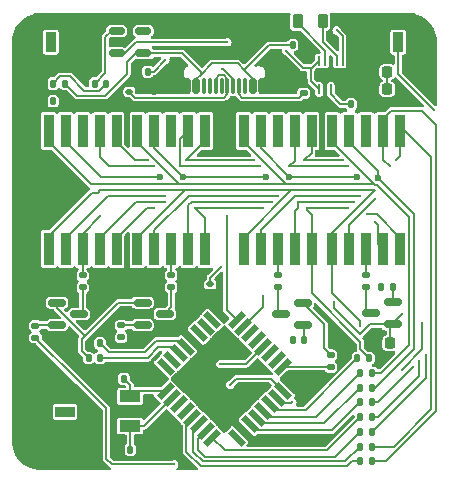
<source format=gbr>
%TF.GenerationSoftware,KiCad,Pcbnew,8.0.8*%
%TF.CreationDate,2025-06-11T01:55:21+01:00*%
%TF.ProjectId,Watch,57617463-682e-46b6-9963-61645f706362,rev?*%
%TF.SameCoordinates,Original*%
%TF.FileFunction,Copper,L1,Top*%
%TF.FilePolarity,Positive*%
%FSLAX46Y46*%
G04 Gerber Fmt 4.6, Leading zero omitted, Abs format (unit mm)*
G04 Created by KiCad (PCBNEW 8.0.8) date 2025-06-11 01:55:21*
%MOMM*%
%LPD*%
G01*
G04 APERTURE LIST*
G04 Aperture macros list*
%AMRoundRect*
0 Rectangle with rounded corners*
0 $1 Rounding radius*
0 $2 $3 $4 $5 $6 $7 $8 $9 X,Y pos of 4 corners*
0 Add a 4 corners polygon primitive as box body*
4,1,4,$2,$3,$4,$5,$6,$7,$8,$9,$2,$3,0*
0 Add four circle primitives for the rounded corners*
1,1,$1+$1,$2,$3*
1,1,$1+$1,$4,$5*
1,1,$1+$1,$6,$7*
1,1,$1+$1,$8,$9*
0 Add four rect primitives between the rounded corners*
20,1,$1+$1,$2,$3,$4,$5,0*
20,1,$1+$1,$4,$5,$6,$7,0*
20,1,$1+$1,$6,$7,$8,$9,0*
20,1,$1+$1,$8,$9,$2,$3,0*%
%AMRotRect*
0 Rectangle, with rotation*
0 The origin of the aperture is its center*
0 $1 length*
0 $2 width*
0 $3 Rotation angle, in degrees counterclockwise*
0 Add horizontal line*
21,1,$1,$2,0,0,$3*%
G04 Aperture macros list end*
%TA.AperFunction,SMDPad,CuDef*%
%ADD10RoundRect,0.135000X-0.135000X-0.185000X0.135000X-0.185000X0.135000X0.185000X-0.135000X0.185000X0*%
%TD*%
%TA.AperFunction,SMDPad,CuDef*%
%ADD11RoundRect,0.140000X-0.140000X-0.170000X0.140000X-0.170000X0.140000X0.170000X-0.140000X0.170000X0*%
%TD*%
%TA.AperFunction,SMDPad,CuDef*%
%ADD12R,0.900000X2.800000*%
%TD*%
%TA.AperFunction,SMDPad,CuDef*%
%ADD13R,1.800000X1.000000*%
%TD*%
%TA.AperFunction,SMDPad,CuDef*%
%ADD14RoundRect,0.140000X0.140000X0.170000X-0.140000X0.170000X-0.140000X-0.170000X0.140000X-0.170000X0*%
%TD*%
%TA.AperFunction,HeatsinkPad*%
%ADD15O,1.000000X1.600000*%
%TD*%
%TA.AperFunction,HeatsinkPad*%
%ADD16O,1.000000X2.100000*%
%TD*%
%TA.AperFunction,SMDPad,CuDef*%
%ADD17RoundRect,0.150000X0.150000X0.500000X-0.150000X0.500000X-0.150000X-0.500000X0.150000X-0.500000X0*%
%TD*%
%TA.AperFunction,SMDPad,CuDef*%
%ADD18RoundRect,0.075000X0.075000X0.575000X-0.075000X0.575000X-0.075000X-0.575000X0.075000X-0.575000X0*%
%TD*%
%TA.AperFunction,SMDPad,CuDef*%
%ADD19RoundRect,0.135000X0.135000X0.185000X-0.135000X0.185000X-0.135000X-0.185000X0.135000X-0.185000X0*%
%TD*%
%TA.AperFunction,SMDPad,CuDef*%
%ADD20RoundRect,0.135000X0.185000X-0.135000X0.185000X0.135000X-0.185000X0.135000X-0.185000X-0.135000X0*%
%TD*%
%TA.AperFunction,SMDPad,CuDef*%
%ADD21RotRect,1.600000X0.550000X45.000000*%
%TD*%
%TA.AperFunction,SMDPad,CuDef*%
%ADD22RotRect,1.600000X0.550000X135.000000*%
%TD*%
%TA.AperFunction,SMDPad,CuDef*%
%ADD23R,0.900000X1.700000*%
%TD*%
%TA.AperFunction,SMDPad,CuDef*%
%ADD24R,1.700000X0.900000*%
%TD*%
%TA.AperFunction,SMDPad,CuDef*%
%ADD25RoundRect,0.150000X0.587500X0.150000X-0.587500X0.150000X-0.587500X-0.150000X0.587500X-0.150000X0*%
%TD*%
%TA.AperFunction,SMDPad,CuDef*%
%ADD26RoundRect,0.225000X-0.225000X-0.250000X0.225000X-0.250000X0.225000X0.250000X-0.225000X0.250000X0*%
%TD*%
%TA.AperFunction,HeatsinkPad*%
%ADD27C,0.500000*%
%TD*%
%TA.AperFunction,HeatsinkPad*%
%ADD28R,2.000000X1.200000*%
%TD*%
%TA.AperFunction,SMDPad,CuDef*%
%ADD29RoundRect,0.062500X0.062500X-0.350000X0.062500X0.350000X-0.062500X0.350000X-0.062500X-0.350000X0*%
%TD*%
%TA.AperFunction,SMDPad,CuDef*%
%ADD30RoundRect,0.150000X-0.587500X-0.150000X0.587500X-0.150000X0.587500X0.150000X-0.587500X0.150000X0*%
%TD*%
%TA.AperFunction,SMDPad,CuDef*%
%ADD31RoundRect,0.150000X-0.512500X-0.150000X0.512500X-0.150000X0.512500X0.150000X-0.512500X0.150000X0*%
%TD*%
%TA.AperFunction,SMDPad,CuDef*%
%ADD32RoundRect,0.112500X0.187500X0.112500X-0.187500X0.112500X-0.187500X-0.112500X0.187500X-0.112500X0*%
%TD*%
%TA.AperFunction,SMDPad,CuDef*%
%ADD33RoundRect,0.112500X-0.187500X-0.112500X0.187500X-0.112500X0.187500X0.112500X-0.187500X0.112500X0*%
%TD*%
%TA.AperFunction,SMDPad,CuDef*%
%ADD34RoundRect,0.218750X-0.218750X-0.381250X0.218750X-0.381250X0.218750X0.381250X-0.218750X0.381250X0*%
%TD*%
%TA.AperFunction,SMDPad,CuDef*%
%ADD35RoundRect,0.147500X-0.147500X-0.172500X0.147500X-0.172500X0.147500X0.172500X-0.147500X0.172500X0*%
%TD*%
%TA.AperFunction,ViaPad*%
%ADD36C,0.300000*%
%TD*%
%TA.AperFunction,ViaPad*%
%ADD37C,0.600000*%
%TD*%
%TA.AperFunction,Conductor*%
%ADD38C,0.200000*%
%TD*%
%TA.AperFunction,Conductor*%
%ADD39C,0.150000*%
%TD*%
G04 APERTURE END LIST*
D10*
%TO.P,R21,1*%
%TO.N,Net-(U2-CFG1)*%
X188230000Y-88250000D03*
%TO.P,R21,2*%
%TO.N,GND*%
X189250000Y-88250000D03*
%TD*%
D11*
%TO.P,C6,1*%
%TO.N,Net-(U7-VDDANA)*%
X183270000Y-108250000D03*
%TO.P,C6,2*%
%TO.N,TP_3.3V*%
X184230000Y-108250000D03*
%TD*%
D12*
%TO.P,Dig4,1,E*%
%TO.N,E*%
X186620000Y-100500000D03*
%TO.P,Dig4,2,D*%
%TO.N,D*%
X188060000Y-100500000D03*
%TO.P,Dig4,3,CA*%
%TO.N,Net-(Dig4-CA-Pad3)*%
X189500000Y-100500000D03*
%TO.P,Dig4,4,C*%
%TO.N,C*%
X190940000Y-100500000D03*
%TO.P,Dig4,5,DP*%
%TO.N,DP*%
X192380000Y-100500000D03*
%TO.P,Dig4,6,B*%
%TO.N,B*%
X192380000Y-90500000D03*
%TO.P,Dig4,7,A*%
%TO.N,A*%
X190940000Y-90500000D03*
%TO.P,Dig4,8,CA*%
%TO.N,Net-(Dig4-CA-Pad3)*%
X189500000Y-90500000D03*
%TO.P,Dig4,9,F*%
%TO.N,F*%
X188060000Y-90500000D03*
%TO.P,Dig4,10,G*%
%TO.N,G*%
X186620000Y-90500000D03*
%TD*%
D13*
%TO.P,Y2,1,1*%
%TO.N,A0*%
X169500000Y-113000000D03*
%TO.P,Y2,2,2*%
%TO.N,A1*%
X169500000Y-115500000D03*
%TD*%
D14*
%TO.P,C1,1*%
%TO.N,Net-(U7-VDDCORE)*%
X166960000Y-108500000D03*
%TO.P,C1,2*%
%TO.N,GND*%
X166000000Y-108500000D03*
%TD*%
D15*
%TO.P,J1,S1,SHIELD*%
%TO.N,GND*%
X173180000Y-81925000D03*
D16*
X173180000Y-86105000D03*
D15*
X181820000Y-81925000D03*
D16*
X181820000Y-86105000D03*
D17*
%TO.P,J1,B12,GND*%
X180700000Y-86745000D03*
%TO.P,J1,B9,VBUS*%
%TO.N,+5V*%
X179900000Y-86745000D03*
D18*
%TO.P,J1,B8*%
%TO.N,N/C*%
X179250000Y-86745000D03*
%TO.P,J1,B7,D-*%
%TO.N,D-*%
X178250000Y-86745000D03*
%TO.P,J1,B6,D+*%
%TO.N,D+*%
X176750000Y-86745000D03*
%TO.P,J1,B5,CC2*%
%TO.N,Net-(J1-CC2)*%
X175750000Y-86745000D03*
D17*
%TO.P,J1,B4,VBUS*%
%TO.N,+5V*%
X175100000Y-86745000D03*
%TO.P,J1,B1,GND*%
%TO.N,GND*%
X174300000Y-86745000D03*
%TO.P,J1,A12,GND*%
X174300000Y-86745000D03*
%TO.P,J1,A9,VBUS*%
%TO.N,+5V*%
X175100000Y-86745000D03*
D18*
%TO.P,J1,A8*%
%TO.N,N/C*%
X176250000Y-86745000D03*
%TO.P,J1,A7,D-*%
%TO.N,D-*%
X177250000Y-86745000D03*
%TO.P,J1,A6,D+*%
%TO.N,D+*%
X177750000Y-86745000D03*
%TO.P,J1,A5,CC1*%
%TO.N,Net-(J1-CC1)*%
X178750000Y-86745000D03*
D17*
%TO.P,J1,A4,VBUS*%
%TO.N,+5V*%
X179900000Y-86745000D03*
%TO.P,J1,A1,GND*%
%TO.N,GND*%
X180700000Y-86745000D03*
%TD*%
D14*
%TO.P,C9,1*%
%TO.N,A0*%
X168980000Y-111500000D03*
%TO.P,C9,2*%
%TO.N,GND*%
X168020000Y-111500000D03*
%TD*%
D19*
%TO.P,R8,1*%
%TO.N,F*%
X190010000Y-112250000D03*
%TO.P,R8,2*%
%TO.N,Net-(U7-PA09)*%
X188990000Y-112250000D03*
%TD*%
%TO.P,R6,1*%
%TO.N,DP*%
X189760000Y-109750000D03*
%TO.P,R6,2*%
%TO.N,Net-(U7-PA11)*%
X188740000Y-109750000D03*
%TD*%
D20*
%TO.P,R5,1*%
%TO.N,DIG1*%
X165500000Y-103770000D03*
%TO.P,R5,2*%
%TO.N,Net-(Dig1-CA-Pad3)*%
X165500000Y-102750000D03*
%TD*%
D11*
%TO.P,C10,1*%
%TO.N,A1*%
X169520000Y-117500000D03*
%TO.P,C10,2*%
%TO.N,GND*%
X170480000Y-117500000D03*
%TD*%
D21*
%TO.P,U7,1,PA00*%
%TO.N,A0*%
X172514897Y-112525305D03*
%TO.P,U7,2,PA01*%
%TO.N,A1*%
X173080583Y-113090990D03*
%TO.P,U7,3,PA02*%
%TO.N,unconnected-(U7-PA02-Pad3)*%
X173646268Y-113656676D03*
%TO.P,U7,4,PA03*%
%TO.N,unconnected-(U7-PA03-Pad4)*%
X174211953Y-114222361D03*
%TO.P,U7,5,PA04*%
%TO.N,Net-(U7-PA04)*%
X174777639Y-114788047D03*
%TO.P,U7,6,PA05*%
%TO.N,Net-(U7-PA05)*%
X175343324Y-115353732D03*
%TO.P,U7,7,PA06*%
%TO.N,Net-(U7-PA06)*%
X175909010Y-115919417D03*
%TO.P,U7,8,PA07*%
%TO.N,Net-(U7-PA07)*%
X176474695Y-116485103D03*
D22*
%TO.P,U7,9,VDDANA*%
%TO.N,Net-(U7-VDDANA)*%
X178525305Y-116485103D03*
%TO.P,U7,10,GND*%
%TO.N,GND*%
X179090990Y-115919417D03*
%TO.P,U7,11,PA08*%
%TO.N,Net-(U7-PA08)*%
X179656676Y-115353732D03*
%TO.P,U7,12,PA09*%
%TO.N,Net-(U7-PA09)*%
X180222361Y-114788047D03*
%TO.P,U7,13,PA10*%
%TO.N,Net-(U7-PA10)*%
X180788047Y-114222361D03*
%TO.P,U7,14,PA11*%
%TO.N,Net-(U7-PA11)*%
X181353732Y-113656676D03*
%TO.P,U7,15,PA14*%
%TO.N,SEL-D1*%
X181919417Y-113090990D03*
%TO.P,U7,16,PA15*%
%TO.N,SEL-D2*%
X182485103Y-112525305D03*
D21*
%TO.P,U7,17,PA16*%
%TO.N,SEL-D3*%
X182485103Y-110474695D03*
%TO.P,U7,18,PA17*%
%TO.N,SEL-D4*%
X181919417Y-109909010D03*
%TO.P,U7,19,PA18*%
%TO.N,Btn1*%
X181353732Y-109343324D03*
%TO.P,U7,20,PA19*%
%TO.N,Btn2*%
X180788047Y-108777639D03*
%TO.P,U7,21,PA22*%
%TO.N,unconnected-(U7-PA22-Pad21)*%
X180222361Y-108211953D03*
%TO.P,U7,22,PA23*%
%TO.N,unconnected-(U7-PA23-Pad22)*%
X179656676Y-107646268D03*
%TO.P,U7,23,PA24*%
%TO.N,D-*%
X179090990Y-107080583D03*
%TO.P,U7,24,PA25*%
%TO.N,D+*%
X178525305Y-106514897D03*
D22*
%TO.P,U7,25,PA27*%
%TO.N,unconnected-(U7-PA27-Pad25)*%
X176474695Y-106514897D03*
%TO.P,U7,26,~{RESET}*%
%TO.N,TP_RST*%
X175909010Y-107080583D03*
%TO.P,U7,27,PA28*%
%TO.N,unconnected-(U7-PA28-Pad27)*%
X175343324Y-107646268D03*
%TO.P,U7,28,GND*%
%TO.N,GND*%
X174777639Y-108211953D03*
%TO.P,U7,29,VDDCORE*%
%TO.N,Net-(U7-VDDCORE)*%
X174211953Y-108777639D03*
%TO.P,U7,30,VDDIN*%
%TO.N,Net-(U7-VDDIN)*%
X173646268Y-109343324D03*
%TO.P,U7,31,PA30*%
%TO.N,TP_SWDCLK*%
X173080583Y-109909010D03*
%TO.P,U7,32,PA31*%
%TO.N,TP_SWDIO*%
X172514897Y-110474695D03*
%TD*%
D23*
%TO.P,SW4,1,1*%
%TO.N,GND*%
X188800000Y-83000000D03*
%TO.P,SW4,2,2*%
%TO.N,Btn1*%
X192200000Y-83000000D03*
%TD*%
D19*
%TO.P,R7,1*%
%TO.N,G*%
X190010000Y-111000000D03*
%TO.P,R7,2*%
%TO.N,Net-(U7-PA10)*%
X188990000Y-111000000D03*
%TD*%
D14*
%TO.P,C5,1*%
%TO.N,Net-(U7-VDDIN)*%
X166960000Y-109750000D03*
%TO.P,C5,2*%
%TO.N,TP_3.3V*%
X166000000Y-109750000D03*
%TD*%
D24*
%TO.P,SW1,1,1*%
%TO.N,GND*%
X164000000Y-117700000D03*
%TO.P,SW1,2,2*%
%TO.N,TP_RST*%
X164000000Y-114300000D03*
%TD*%
D14*
%TO.P,C7,1*%
%TO.N,GND*%
X184230000Y-83250000D03*
%TO.P,C7,2*%
%TO.N,+5V*%
X183270000Y-83250000D03*
%TD*%
D25*
%TO.P,Q3,1,E*%
%TO.N,TP_3.3V*%
X184125000Y-106950000D03*
%TO.P,Q3,2,B*%
%TO.N,Net-(Q3-B)*%
X184125000Y-105050000D03*
%TO.P,Q3,3,C*%
%TO.N,DIG3*%
X182250000Y-106000000D03*
%TD*%
D26*
%TO.P,C_IN1,1*%
%TO.N,GND*%
X189725000Y-87000000D03*
%TO.P,C_IN1,2*%
%TO.N,VBAT*%
X191275000Y-87000000D03*
%TD*%
D19*
%TO.P,R15,1*%
%TO.N,B*%
X190010000Y-117250000D03*
%TO.P,R15,2*%
%TO.N,Net-(U7-PA05)*%
X188990000Y-117250000D03*
%TD*%
D27*
%TO.P,U2,11,GND*%
%TO.N,GND*%
X187250000Y-85437500D03*
X186500000Y-85437500D03*
X185750000Y-85437500D03*
D28*
X186500000Y-85787500D03*
D27*
X187250000Y-86137500D03*
X186500000Y-86137500D03*
X185750000Y-86137500D03*
D29*
%TO.P,U2,10,VIN*%
%TO.N,VBAT*%
X185500000Y-84575000D03*
%TO.P,U2,9,LX1*%
%TO.N,Net-(U2-LX1)*%
X186000000Y-84575000D03*
%TO.P,U2,8,GND*%
%TO.N,GND*%
X186500000Y-84575000D03*
%TO.P,U2,7,LX2*%
%TO.N,Net-(U2-LX2)*%
X187000000Y-84575000D03*
%TO.P,U2,6,VOUT*%
%TO.N,TP_3.3V*%
X187500000Y-84575000D03*
%TO.P,U2,5,CFG3*%
%TO.N,GND*%
X187500000Y-87000000D03*
%TO.P,U2,4,CFG2*%
X187000000Y-87000000D03*
%TO.P,U2,3,CFG1*%
%TO.N,Net-(U2-CFG1)*%
X186500000Y-87000000D03*
%TO.P,U2,2,SEL*%
%TO.N,GND*%
X186000000Y-87000000D03*
%TO.P,U2,1,EN*%
%TO.N,VBAT*%
X185500000Y-87000000D03*
%TD*%
D20*
%TO.P,R11,1*%
%TO.N,DIG3*%
X182000000Y-103760000D03*
%TO.P,R11,2*%
%TO.N,Net-(Dig3-CA-Pad3)*%
X182000000Y-102740000D03*
%TD*%
D12*
%TO.P,Dig1,1,E*%
%TO.N,E*%
X162620000Y-100500000D03*
%TO.P,Dig1,2,D*%
%TO.N,D*%
X164060000Y-100500000D03*
%TO.P,Dig1,3,CA*%
%TO.N,Net-(Dig1-CA-Pad3)*%
X165500000Y-100500000D03*
%TO.P,Dig1,4,C*%
%TO.N,C*%
X166940000Y-100500000D03*
%TO.P,Dig1,5,DP*%
%TO.N,DP*%
X168380000Y-100500000D03*
%TO.P,Dig1,6,B*%
%TO.N,B*%
X168380000Y-90500000D03*
%TO.P,Dig1,7,A*%
%TO.N,A*%
X166940000Y-90500000D03*
%TO.P,Dig1,8,CA*%
%TO.N,Net-(Dig1-CA-Pad3)*%
X165500000Y-90500000D03*
%TO.P,Dig1,9,F*%
%TO.N,F*%
X164060000Y-90500000D03*
%TO.P,Dig1,10,G*%
%TO.N,G*%
X162620000Y-90500000D03*
%TD*%
D10*
%TO.P,R20,2*%
%TO.N,Net-(Q4-B)*%
X191760000Y-103750000D03*
%TO.P,R20,1*%
%TO.N,SEL-D4*%
X190740000Y-103750000D03*
%TD*%
D25*
%TO.P,Q4,1,E*%
%TO.N,TP_3.3V*%
X191750000Y-106900000D03*
%TO.P,Q4,2,B*%
%TO.N,Net-(Q4-B)*%
X191750000Y-105000000D03*
%TO.P,Q4,3,C*%
%TO.N,DIG4*%
X189875000Y-105950000D03*
%TD*%
D19*
%TO.P,R3,1*%
%TO.N,Net-(J1-CC2)*%
X171010000Y-85500000D03*
%TO.P,R3,2*%
%TO.N,GND*%
X169990000Y-85500000D03*
%TD*%
%TO.P,R14,1*%
%TO.N,C*%
X190020000Y-116000000D03*
%TO.P,R14,2*%
%TO.N,Net-(U7-PA06)*%
X189000000Y-116000000D03*
%TD*%
D20*
%TO.P,R12,1*%
%TO.N,DIG4*%
X189500000Y-103770000D03*
%TO.P,R12,2*%
%TO.N,Net-(Dig4-CA-Pad3)*%
X189500000Y-102750000D03*
%TD*%
D30*
%TO.P,Q2,1,E*%
%TO.N,TP_3.3V*%
X170562500Y-105050000D03*
%TO.P,Q2,2,B*%
%TO.N,Net-(Q2-B)*%
X170562500Y-106950000D03*
%TO.P,Q2,3,C*%
%TO.N,DIG2*%
X172437500Y-106000000D03*
%TD*%
D31*
%TO.P,U1,1,STAT*%
%TO.N,Net-(D3-K)*%
X168362500Y-82050000D03*
%TO.P,U1,2,V_{SS}*%
%TO.N,GND*%
X168362500Y-83000000D03*
%TO.P,U1,3,V_{BAT}*%
%TO.N,VBAT*%
X168362500Y-83950000D03*
%TO.P,U1,4,V_{DD}*%
%TO.N,+5V*%
X170637500Y-83950000D03*
%TO.P,U1,5,PROG*%
%TO.N,Net-(U1-PROG)*%
X170637500Y-82050000D03*
%TD*%
D12*
%TO.P,Dig3,1,E*%
%TO.N,E*%
X179120000Y-100500000D03*
%TO.P,Dig3,2,D*%
%TO.N,D*%
X180560000Y-100500000D03*
%TO.P,Dig3,3,CA*%
%TO.N,Net-(Dig3-CA-Pad3)*%
X182000000Y-100500000D03*
%TO.P,Dig3,4,C*%
%TO.N,C*%
X183440000Y-100500000D03*
%TO.P,Dig3,5,DP*%
%TO.N,DP*%
X184880000Y-100500000D03*
%TO.P,Dig3,6,B*%
%TO.N,B*%
X184880000Y-90500000D03*
%TO.P,Dig3,7,A*%
%TO.N,A*%
X183440000Y-90500000D03*
%TO.P,Dig3,8,CA*%
%TO.N,Net-(Dig3-CA-Pad3)*%
X182000000Y-90500000D03*
%TO.P,Dig3,9,F*%
%TO.N,F*%
X180560000Y-90500000D03*
%TO.P,Dig3,10,G*%
%TO.N,G*%
X179120000Y-90500000D03*
%TD*%
D23*
%TO.P,SW3,1,1*%
%TO.N,GND*%
X166200000Y-83000000D03*
%TO.P,SW3,2,2*%
%TO.N,Btn2*%
X162800000Y-83000000D03*
%TD*%
D19*
%TO.P,R16,1*%
%TO.N,A*%
X190020000Y-118500000D03*
%TO.P,R16,2*%
%TO.N,Net-(U7-PA04)*%
X189000000Y-118500000D03*
%TD*%
%TO.P,R9,1*%
%TO.N,E*%
X190010000Y-113500000D03*
%TO.P,R9,2*%
%TO.N,Net-(U7-PA08)*%
X188990000Y-113500000D03*
%TD*%
D10*
%TO.P,R1,1*%
%TO.N,Net-(U1-PROG)*%
X162990000Y-88000000D03*
%TO.P,R1,2*%
%TO.N,GND*%
X164010000Y-88000000D03*
%TD*%
D32*
%TO.P,D2,1,K*%
%TO.N,D-*%
X176300000Y-103500000D03*
%TO.P,D2,2,A*%
%TO.N,GND*%
X174200000Y-103500000D03*
%TD*%
D20*
%TO.P,R18,2*%
%TO.N,Net-(Q2-B)*%
X168750000Y-106980000D03*
%TO.P,R18,1*%
%TO.N,SEL-D2*%
X168750000Y-108000000D03*
%TD*%
D26*
%TO.P,C_OUT1,1*%
%TO.N,GND*%
X189975000Y-108500000D03*
%TO.P,C_OUT1,2*%
%TO.N,TP_3.3V*%
X191525000Y-108500000D03*
%TD*%
D12*
%TO.P,Dig2,1,E*%
%TO.N,E*%
X170120000Y-100500000D03*
%TO.P,Dig2,2,D*%
%TO.N,D*%
X171560000Y-100500000D03*
%TO.P,Dig2,3,CA*%
%TO.N,Net-(Dig2-CA-Pad3)*%
X173000000Y-100500000D03*
%TO.P,Dig2,4,C*%
%TO.N,C*%
X174440000Y-100500000D03*
%TO.P,Dig2,5,DP*%
%TO.N,DP*%
X175880000Y-100500000D03*
%TO.P,Dig2,6,B*%
%TO.N,B*%
X175880000Y-90500000D03*
%TO.P,Dig2,7,A*%
%TO.N,A*%
X174440000Y-90500000D03*
%TO.P,Dig2,8,CA*%
%TO.N,Net-(Dig2-CA-Pad3)*%
X173000000Y-90500000D03*
%TO.P,Dig2,9,F*%
%TO.N,F*%
X171560000Y-90500000D03*
%TO.P,Dig2,10,G*%
%TO.N,G*%
X170120000Y-90500000D03*
%TD*%
D10*
%TO.P,R4,1*%
%TO.N,Net-(D3-A)*%
X162990000Y-86500000D03*
%TO.P,R4,2*%
%TO.N,+5V*%
X164010000Y-86500000D03*
%TD*%
D20*
%TO.P,R17,2*%
%TO.N,Net-(Q1-B)*%
X161500000Y-106990000D03*
%TO.P,R17,1*%
%TO.N,SEL-D1*%
X161500000Y-108010000D03*
%TD*%
D33*
%TO.P,D1,1,K*%
%TO.N,D+*%
X169450000Y-87200000D03*
%TO.P,D1,2,A*%
%TO.N,GND*%
X171550000Y-87200000D03*
%TD*%
D19*
%TO.P,R13,1*%
%TO.N,D*%
X190020000Y-114750000D03*
%TO.P,R13,2*%
%TO.N,Net-(U7-PA07)*%
X189000000Y-114750000D03*
%TD*%
D34*
%TO.P,L1,1,1*%
%TO.N,Net-(U2-LX1)*%
X183687500Y-81250000D03*
%TO.P,L1,2,2*%
%TO.N,Net-(U2-LX2)*%
X185812500Y-81250000D03*
%TD*%
D20*
%TO.P,R19,2*%
%TO.N,Net-(Q3-B)*%
X186500000Y-109490000D03*
%TO.P,R19,1*%
%TO.N,SEL-D3*%
X186500000Y-110510000D03*
%TD*%
D26*
%TO.P,C8,1*%
%TO.N,GND*%
X189725000Y-85500000D03*
%TO.P,C8,2*%
%TO.N,VBAT*%
X191275000Y-85500000D03*
%TD*%
D35*
%TO.P,D3,1,K*%
%TO.N,Net-(D3-K)*%
X166515000Y-86500000D03*
%TO.P,D3,2,A*%
%TO.N,Net-(D3-A)*%
X167485000Y-86500000D03*
%TD*%
D20*
%TO.P,R10,1*%
%TO.N,DIG2*%
X173000000Y-103760000D03*
%TO.P,R10,2*%
%TO.N,Net-(Dig2-CA-Pad3)*%
X173000000Y-102740000D03*
%TD*%
%TO.P,R2,1*%
%TO.N,Net-(J1-CC1)*%
X184200000Y-87335000D03*
%TO.P,R2,2*%
%TO.N,GND*%
X184200000Y-86315000D03*
%TD*%
D30*
%TO.P,Q1,1,E*%
%TO.N,TP_3.3V*%
X163312500Y-105050000D03*
%TO.P,Q1,2,B*%
%TO.N,Net-(Q1-B)*%
X163312500Y-106950000D03*
%TO.P,Q1,3,C*%
%TO.N,DIG1*%
X165187500Y-106000000D03*
%TD*%
D36*
%TO.N,VBAT*%
X177750000Y-83000000D03*
X182750000Y-83750000D03*
X191275000Y-85500000D03*
%TO.N,TP_3.3V*%
X170562500Y-105050000D03*
X186750000Y-105000000D03*
X187000000Y-82000000D03*
X192500000Y-106000000D03*
X184125000Y-106950000D03*
%TO.N,Net-(U7-VDDANA)*%
X183270000Y-108250000D03*
X178525305Y-116485103D03*
%TO.N,D+*%
X177750000Y-86745000D03*
X177675000Y-97750000D03*
%TO.N,D-*%
X177250000Y-85250000D03*
X177250000Y-86745000D03*
X180750000Y-104500000D03*
X177225000Y-102000000D03*
%TO.N,Net-(J1-CC2)*%
X175750000Y-86745000D03*
X172500000Y-84500000D03*
%TO.N,Net-(U1-PROG)*%
X163000000Y-88000000D03*
X170637500Y-82050000D03*
%TO.N,A*%
X173750000Y-93500000D03*
X171500000Y-93500000D03*
X183000000Y-93500000D03*
X191500000Y-93500000D03*
X180500000Y-93500000D03*
X188000000Y-93500000D03*
%TO.N,SEL-D2*%
X168750000Y-108000000D03*
X178000000Y-112000000D03*
%TO.N,SEL-D1*%
X183250000Y-113500000D03*
X173250000Y-118750000D03*
%TO.N,SEL-D4*%
X181919417Y-109909010D03*
X190750000Y-103750000D03*
%TO.N,B*%
X180000000Y-93000000D03*
X171000000Y-93000000D03*
X187500000Y-93000000D03*
X174250000Y-93000000D03*
X192000000Y-93000000D03*
X184250000Y-93000000D03*
%TO.N,C*%
X194550000Y-109500000D03*
X181500000Y-96500000D03*
X172500000Y-96500000D03*
X190250000Y-98250000D03*
X188500000Y-96500000D03*
X190940000Y-100500000D03*
X183750000Y-96500000D03*
X174750000Y-96500000D03*
%TO.N,D*%
X182000000Y-96000000D03*
X189000000Y-96000000D03*
X190250000Y-96250000D03*
X188060000Y-100500000D03*
X174500000Y-96000000D03*
X172500000Y-96000000D03*
X183500000Y-96000000D03*
X194000000Y-110000000D03*
%TO.N,E*%
X189000000Y-107000000D03*
X193500000Y-110500000D03*
D37*
%TO.N,F*%
X181000000Y-94400000D03*
X188721473Y-94400000D03*
X190509135Y-94490605D03*
X172000000Y-94400000D03*
X183000000Y-94400000D03*
X174000000Y-94400000D03*
D36*
%TO.N,DP*%
X171500000Y-97000000D03*
X188000000Y-97000000D03*
X175000000Y-97000000D03*
X184500000Y-97000000D03*
X180750000Y-97000000D03*
X189568199Y-97568199D03*
%TO.N,Btn2*%
X177125000Y-110250000D03*
X162800000Y-83000000D03*
%TO.N,Btn1*%
X195250000Y-88750000D03*
X192500000Y-110750000D03*
X194250000Y-106750000D03*
X181353732Y-109343324D03*
%TO.N,TP_SWDIO*%
X172514897Y-110474695D03*
%TO.N,TP_SWDCLK*%
X173080583Y-109909010D03*
%TO.N,Net-(Dig1-CA-Pad3)*%
X165500000Y-90500000D03*
X167000000Y-97750000D03*
%TO.N,Net-(Dig2-CA-Pad3)*%
X173000000Y-100500000D03*
X173000000Y-90500000D03*
%TO.N,Net-(Dig3-CA-Pad3)*%
X182000000Y-100500000D03*
X182000000Y-90500000D03*
%TO.N,Net-(Dig4-CA-Pad3)*%
X189500000Y-90500000D03*
X189500000Y-100500000D03*
%TO.N,GND*%
X167500000Y-107250000D03*
X161000000Y-89750000D03*
X164750000Y-105000000D03*
X184000000Y-116750000D03*
X187500000Y-110250000D03*
X184250000Y-113500000D03*
X166750000Y-105000000D03*
X164500000Y-108250000D03*
X190000000Y-108500000D03*
%TO.N,TP_RST*%
X164000000Y-114250000D03*
X175909010Y-107080583D03*
%TD*%
D38*
%TO.N,Net-(U2-CFG1)*%
X186500000Y-87000000D02*
X186500000Y-87426886D01*
X186500000Y-87426886D02*
X187323114Y-88250000D01*
X187323114Y-88250000D02*
X188230000Y-88250000D01*
%TO.N,SEL-D2*%
X178000000Y-112000000D02*
X178500000Y-111500000D01*
X178500000Y-111500000D02*
X181445800Y-111500000D01*
X181445800Y-111500000D02*
X182471105Y-112525305D01*
X182471105Y-112525305D02*
X182485103Y-112525305D01*
%TO.N,DP*%
X189760000Y-109750000D02*
X189000000Y-108990000D01*
X189000000Y-108990000D02*
X189000000Y-108370000D01*
X189000000Y-108370000D02*
X184880000Y-104250000D01*
X184880000Y-104250000D02*
X184880000Y-100500000D01*
%TO.N,Net-(U7-PA11)*%
X187900000Y-110590000D02*
X187900000Y-110614610D01*
X188740000Y-109750000D02*
X187900000Y-110590000D01*
X187900000Y-110614610D02*
X184363480Y-114151130D01*
X184363480Y-114151130D02*
X181848186Y-114151130D01*
X181848186Y-114151130D02*
X181353732Y-113656676D01*
%TO.N,VBAT*%
X169050000Y-83950000D02*
X170000000Y-83000000D01*
X184820000Y-85243584D02*
X184750000Y-85173584D01*
X184820000Y-86320000D02*
X184820000Y-85243584D01*
X184901416Y-85173584D02*
X184750000Y-85173584D01*
X185500000Y-87000000D02*
X184820000Y-86320000D01*
X177725000Y-83025000D02*
X177750000Y-83000000D01*
X191275000Y-87000000D02*
X191275000Y-85500000D01*
X170000000Y-83000000D02*
X170025000Y-83025000D01*
X168362500Y-83950000D02*
X169050000Y-83950000D01*
X185500000Y-84575000D02*
X184901416Y-85173584D01*
X170025000Y-83025000D02*
X177725000Y-83025000D01*
%TO.N,Net-(U7-VDDCORE)*%
X173717498Y-108283184D02*
X171716816Y-108283184D01*
X174211953Y-108777639D02*
X173717498Y-108283184D01*
X167710000Y-109250000D02*
X166960000Y-108500000D01*
X170750000Y-109250000D02*
X167710000Y-109250000D01*
X171716816Y-108283184D02*
X170750000Y-109250000D01*
%TO.N,+5V*%
X175500000Y-85750000D02*
X175100000Y-86150000D01*
X167421948Y-87520000D02*
X169250000Y-85691948D01*
X175500000Y-85540406D02*
X173909594Y-83950000D01*
X179152500Y-85347500D02*
X178604999Y-84800000D01*
X169250000Y-85691948D02*
X169250000Y-84675001D01*
X179900000Y-86095001D02*
X179152500Y-85347500D01*
X173909594Y-83950000D02*
X170637500Y-83950000D01*
X178604999Y-84800000D02*
X176450000Y-84800000D01*
X179900000Y-86745000D02*
X179900000Y-86095001D01*
X181250000Y-83250000D02*
X179152500Y-85347500D01*
X165030000Y-87520000D02*
X167421948Y-87520000D01*
X175100000Y-86150000D02*
X175100000Y-86745000D01*
X164010000Y-86500000D02*
X165030000Y-87520000D01*
X169975001Y-83950000D02*
X170637500Y-83950000D01*
X175500000Y-85750000D02*
X175500000Y-85540406D01*
X183270000Y-83250000D02*
X181250000Y-83250000D01*
X169250000Y-84675001D02*
X169975001Y-83950000D01*
X176450000Y-84800000D02*
X175500000Y-85750000D01*
%TO.N,TP_3.3V*%
X165420000Y-109170000D02*
X165420000Y-108143866D01*
X191750000Y-106900000D02*
X191750000Y-106750000D01*
X168513866Y-105050000D02*
X170562500Y-105050000D01*
X191750000Y-106750000D02*
X192500000Y-106000000D01*
X191750000Y-106900000D02*
X189850000Y-106900000D01*
X184230000Y-108250000D02*
X184230000Y-107055000D01*
X189000000Y-107750000D02*
X186750000Y-105500000D01*
X165591381Y-107781933D02*
X165781933Y-107781933D01*
X163312500Y-105050000D02*
X163312500Y-105503052D01*
X165420000Y-108143866D02*
X165781933Y-107781933D01*
X163312500Y-105503052D02*
X165591381Y-107781933D01*
X166000000Y-109750000D02*
X165420000Y-109170000D01*
X189850000Y-106900000D02*
X189000000Y-107750000D01*
X187500000Y-82500000D02*
X187500000Y-84575000D01*
X186750000Y-105500000D02*
X186750000Y-105000000D01*
X165781933Y-107781933D02*
X168513866Y-105050000D01*
X191525000Y-107125000D02*
X191750000Y-106900000D01*
X184230000Y-107055000D02*
X184125000Y-106950000D01*
X191525000Y-108500000D02*
X191525000Y-107125000D01*
X187000000Y-82000000D02*
X187500000Y-82500000D01*
%TO.N,Net-(U7-VDDIN)*%
X171901130Y-108848870D02*
X171000000Y-109750000D01*
X173646268Y-109343324D02*
X173151814Y-108848870D01*
X171000000Y-109750000D02*
X166960000Y-109750000D01*
X173151814Y-108848870D02*
X171901130Y-108848870D01*
%TO.N,A0*%
X169500000Y-112020000D02*
X168980000Y-111500000D01*
X169500000Y-113000000D02*
X169500000Y-112020000D01*
X169974695Y-112525305D02*
X169500000Y-113000000D01*
X172514897Y-112525305D02*
X169974695Y-112525305D01*
%TO.N,A1*%
X169520000Y-115520000D02*
X169500000Y-115500000D01*
X169520000Y-117500000D02*
X169520000Y-115520000D01*
X170671573Y-115500000D02*
X173080583Y-113090990D01*
X169500000Y-115500000D02*
X170671573Y-115500000D01*
D39*
%TO.N,D+*%
X177750000Y-86745000D02*
X177750000Y-87394999D01*
X169950000Y-87700000D02*
X169450000Y-87200000D01*
X177444999Y-87700000D02*
X169950000Y-87700000D01*
D38*
X177675000Y-105664592D02*
X177675000Y-97750000D01*
D39*
X177750000Y-87394999D02*
X177444999Y-87700000D01*
X176750000Y-86095001D02*
X176750000Y-86745000D01*
X177750000Y-86745000D02*
X177750000Y-86097946D01*
X177472054Y-85820000D02*
X177025001Y-85820000D01*
D38*
X178525305Y-106514897D02*
X177675000Y-105664592D01*
D39*
X177750000Y-86097946D02*
X177472054Y-85820000D01*
X177025001Y-85820000D02*
X176750000Y-86095001D01*
%TO.N,D-*%
X177404999Y-85250000D02*
X177250000Y-85250000D01*
X178250000Y-86745000D02*
X178250000Y-86095001D01*
D38*
X180750000Y-105421573D02*
X179090990Y-107080583D01*
D39*
X178250000Y-86095001D02*
X177404999Y-85250000D01*
D38*
X176300000Y-102925000D02*
X177225000Y-102000000D01*
X180750000Y-104500000D02*
X180750000Y-105421573D01*
X176300000Y-103500000D02*
X176300000Y-102925000D01*
%TO.N,Net-(D3-K)*%
X167950000Y-82050000D02*
X168362500Y-82050000D01*
X166515000Y-86500000D02*
X167400000Y-85615000D01*
X167400000Y-82600000D02*
X167950000Y-82050000D01*
X167400000Y-85615000D02*
X167400000Y-82600000D01*
%TO.N,Net-(D3-A)*%
X165620000Y-87120000D02*
X164380000Y-85880000D01*
X163610000Y-85880000D02*
X162990000Y-86500000D01*
X166865000Y-87120000D02*
X165620000Y-87120000D01*
X164380000Y-85880000D02*
X163610000Y-85880000D01*
X167485000Y-86500000D02*
X166865000Y-87120000D01*
%TO.N,Net-(J1-CC2)*%
X171010000Y-85500000D02*
X171500000Y-85500000D01*
X171500000Y-85500000D02*
X172500000Y-84500000D01*
%TO.N,Net-(J1-CC1)*%
X183840000Y-87695000D02*
X179017590Y-87695000D01*
X184200000Y-87335000D02*
X183840000Y-87695000D01*
X178750000Y-87427410D02*
X178750000Y-86745000D01*
X179017590Y-87695000D02*
X178750000Y-87427410D01*
%TO.N,Net-(Q1-B)*%
X161540000Y-106950000D02*
X161500000Y-106990000D01*
X163312500Y-106950000D02*
X161540000Y-106950000D01*
%TO.N,DIG1*%
X165500000Y-105687500D02*
X165500000Y-103770000D01*
X165187500Y-106000000D02*
X165500000Y-105687500D01*
%TO.N,DIG2*%
X172437500Y-106000000D02*
X173000000Y-105437500D01*
X173000000Y-105437500D02*
X173000000Y-103760000D01*
%TO.N,Net-(Q2-B)*%
X170562500Y-106950000D02*
X168780000Y-106950000D01*
X168780000Y-106950000D02*
X168750000Y-106980000D01*
%TO.N,Net-(Q3-B)*%
X185940000Y-106865000D02*
X184125000Y-105050000D01*
X186500000Y-109490000D02*
X185940000Y-108930000D01*
X185940000Y-108930000D02*
X185940000Y-106865000D01*
%TO.N,DIG3*%
X182000000Y-103760000D02*
X182000000Y-105750000D01*
X182000000Y-105750000D02*
X182250000Y-106000000D01*
%TO.N,DIG4*%
X189500000Y-105575000D02*
X189875000Y-105950000D01*
X189500000Y-103770000D02*
X189500000Y-105575000D01*
%TO.N,Net-(Q4-B)*%
X191750000Y-103760000D02*
X191760000Y-103750000D01*
X191750000Y-105000000D02*
X191750000Y-103760000D01*
%TO.N,Net-(U1-PROG)*%
X162990000Y-88000000D02*
X163000000Y-88000000D01*
%TO.N,Net-(U2-LX1)*%
X183687500Y-81401300D02*
X183687500Y-81250000D01*
X186000000Y-83713800D02*
X183687500Y-81401300D01*
X186000000Y-84575000D02*
X186000000Y-83713800D01*
%TO.N,A*%
X190940000Y-92940000D02*
X190940000Y-90500000D01*
X183000000Y-93500000D02*
X188000000Y-93500000D01*
X166940000Y-90500000D02*
X166940000Y-92690000D01*
X191630000Y-88800000D02*
X194200000Y-88800000D01*
X195400000Y-90000000D02*
X195400000Y-114250000D01*
X173750000Y-91190000D02*
X174440000Y-90500000D01*
X191500000Y-93500000D02*
X190940000Y-92940000D01*
X194200000Y-88800000D02*
X195400000Y-90000000D01*
X190940000Y-89490000D02*
X191630000Y-88800000D01*
X191150000Y-118500000D02*
X190020000Y-118500000D01*
X190940000Y-90500000D02*
X190940000Y-89490000D01*
X167750000Y-93500000D02*
X171500000Y-93500000D01*
X183440000Y-93060000D02*
X183440000Y-90500000D01*
X173750000Y-93500000D02*
X180500000Y-93500000D01*
X166940000Y-92690000D02*
X167750000Y-93500000D01*
X183000000Y-93500000D02*
X183440000Y-93060000D01*
X173750000Y-93500000D02*
X173750000Y-91190000D01*
X195400000Y-114250000D02*
X191150000Y-118500000D01*
%TO.N,SEL-D3*%
X186464695Y-110474695D02*
X186500000Y-110510000D01*
X182485103Y-110474695D02*
X186464695Y-110474695D01*
%TO.N,SEL-D1*%
X167500000Y-118250000D02*
X168000000Y-118750000D01*
X165160000Y-111660000D02*
X166250000Y-112750000D01*
X183250000Y-113500000D02*
X183164555Y-113585445D01*
X165150000Y-111660000D02*
X165160000Y-111660000D01*
X168000000Y-118750000D02*
X173250000Y-118750000D01*
X183164555Y-113585445D02*
X182413872Y-113585445D01*
X182413872Y-113585445D02*
X181919417Y-113090990D01*
X166250000Y-112750000D02*
X167500000Y-114000000D01*
X161500000Y-108010000D02*
X165150000Y-111660000D01*
X167500000Y-114000000D02*
X167500000Y-118250000D01*
%TO.N,SEL-D4*%
X190740000Y-103750000D02*
X190750000Y-103750000D01*
%TO.N,B*%
X195000000Y-92750000D02*
X192750000Y-90500000D01*
X184250000Y-93000000D02*
X187500000Y-93000000D01*
X168380000Y-90500000D02*
X168380000Y-91450000D01*
X174250000Y-93000000D02*
X175880000Y-91370000D01*
X184250000Y-93000000D02*
X184880000Y-92370000D01*
X191834314Y-117250000D02*
X195000000Y-114084314D01*
X192380000Y-92620000D02*
X192380000Y-90500000D01*
X174250000Y-93000000D02*
X180000000Y-93000000D01*
X175880000Y-91370000D02*
X175880000Y-90500000D01*
X192000000Y-93000000D02*
X192380000Y-92620000D01*
X190010000Y-117250000D02*
X191834314Y-117250000D01*
X192750000Y-90500000D02*
X192380000Y-90500000D01*
X195000000Y-114084314D02*
X195000000Y-92750000D01*
X169930000Y-93000000D02*
X171000000Y-93000000D01*
X184880000Y-92370000D02*
X184880000Y-90500000D01*
X168380000Y-91450000D02*
X169930000Y-93000000D01*
%TO.N,C*%
X169990000Y-96500000D02*
X172500000Y-96500000D01*
X190500000Y-98500000D02*
X190500000Y-100060000D01*
X183750000Y-96500000D02*
X183750000Y-97000000D01*
X166940000Y-100500000D02*
X166940000Y-99550000D01*
X183440000Y-97310000D02*
X183440000Y-100500000D01*
X194550000Y-111470000D02*
X194550000Y-109500000D01*
X174750000Y-96500000D02*
X174440000Y-96810000D01*
X174440000Y-96810000D02*
X174440000Y-100500000D01*
X190250000Y-98250000D02*
X190500000Y-98500000D01*
X183750000Y-97000000D02*
X183440000Y-97310000D01*
X183750000Y-96500000D02*
X188500000Y-96500000D01*
X166940000Y-99550000D02*
X169990000Y-96500000D01*
X174750000Y-96500000D02*
X181500000Y-96500000D01*
X190020000Y-116000000D02*
X194550000Y-111470000D01*
X190500000Y-100060000D02*
X190940000Y-100500000D01*
%TO.N,D*%
X190020000Y-114750000D02*
X190500000Y-114750000D01*
X183500000Y-96000000D02*
X189000000Y-96000000D01*
X190250000Y-96250000D02*
X188060000Y-98440000D01*
X190500000Y-114750000D02*
X194000000Y-111250000D01*
X167610000Y-96000000D02*
X172500000Y-96000000D01*
X174500000Y-96000000D02*
X182000000Y-96000000D01*
X171560000Y-100500000D02*
X171560000Y-98940000D01*
X180560000Y-100500000D02*
X180560000Y-98940000D01*
X164060000Y-99550000D02*
X167610000Y-96000000D01*
X171560000Y-98940000D02*
X174500000Y-96000000D01*
X188060000Y-98440000D02*
X188060000Y-100500000D01*
X180560000Y-98940000D02*
X183500000Y-96000000D01*
X194000000Y-111250000D02*
X194000000Y-110000000D01*
X164060000Y-100500000D02*
X164060000Y-99550000D01*
%TO.N,E*%
X184250000Y-95500000D02*
X190250000Y-95500000D01*
X179120000Y-99550000D02*
X183170000Y-95500000D01*
X175500000Y-95500000D02*
X184250000Y-95500000D01*
X167000000Y-95500000D02*
X175500000Y-95500000D01*
X166750000Y-95750000D02*
X167000000Y-95500000D01*
X190250000Y-95500000D02*
X186620000Y-99130000D01*
X190500000Y-113500000D02*
X193500000Y-110500000D01*
X166250000Y-95750000D02*
X166750000Y-95750000D01*
X186620000Y-100500000D02*
X186620000Y-104233603D01*
X170120000Y-99550000D02*
X174170000Y-95500000D01*
X186620000Y-104233603D02*
X189000000Y-106613603D01*
X190010000Y-113500000D02*
X190500000Y-113500000D01*
X183170000Y-95500000D02*
X184250000Y-95500000D01*
X162620000Y-99380000D02*
X166250000Y-95750000D01*
X189000000Y-106613603D02*
X189000000Y-107000000D01*
X170120000Y-100500000D02*
X170120000Y-99550000D01*
X186620000Y-99130000D02*
X186620000Y-100500000D01*
X174170000Y-95500000D02*
X175500000Y-95500000D01*
X162620000Y-100500000D02*
X162620000Y-99380000D01*
X179120000Y-100500000D02*
X179120000Y-99550000D01*
%TO.N,F*%
X193530000Y-108999999D02*
X193530000Y-97511470D01*
X171560000Y-91960000D02*
X174000000Y-94400000D01*
X164060000Y-90500000D02*
X164060000Y-91450000D01*
X167010000Y-94400000D02*
X172000000Y-94400000D01*
X190279999Y-112250000D02*
X193530000Y-108999999D01*
X164060000Y-91450000D02*
X167010000Y-94400000D01*
X193530000Y-97511470D02*
X190509135Y-94490605D01*
X190509135Y-94490605D02*
X190509135Y-93899135D01*
X174000000Y-94400000D02*
X181000000Y-94400000D01*
X190010000Y-112250000D02*
X190279999Y-112250000D01*
X190509135Y-93899135D02*
X188060000Y-91450000D01*
X183000000Y-94400000D02*
X188721473Y-94400000D01*
X180560000Y-91960000D02*
X180560000Y-90500000D01*
X183000000Y-94400000D02*
X180560000Y-91960000D01*
X188060000Y-91450000D02*
X188060000Y-90500000D01*
X171560000Y-90500000D02*
X171560000Y-91960000D01*
%TO.N,G*%
X190260605Y-95090605D02*
X190170000Y-95000000D01*
X179120000Y-91450000D02*
X182670000Y-95000000D01*
X184000000Y-95000000D02*
X190170000Y-95000000D01*
X166170000Y-95000000D02*
X174000000Y-95000000D01*
X170120000Y-90500000D02*
X170120000Y-91450000D01*
X174000000Y-95000000D02*
X176000000Y-95000000D01*
X162620000Y-91450000D02*
X166170000Y-95000000D01*
X179120000Y-90500000D02*
X179120000Y-91450000D01*
X162620000Y-90500000D02*
X162620000Y-91450000D01*
X190010000Y-111000000D02*
X190750000Y-111000000D01*
X190406290Y-95090605D02*
X190260605Y-95090605D01*
X176000000Y-95000000D02*
X184000000Y-95000000D01*
X182670000Y-95000000D02*
X184000000Y-95000000D01*
X170120000Y-91450000D02*
X173670000Y-95000000D01*
X193130000Y-108620000D02*
X193130000Y-97814315D01*
X173670000Y-95000000D02*
X174000000Y-95000000D01*
X190750000Y-111000000D02*
X193130000Y-108620000D01*
X186620000Y-91450000D02*
X186620000Y-90500000D01*
X193130000Y-97814315D02*
X190406290Y-95090605D01*
X190170000Y-95000000D02*
X186620000Y-91450000D01*
%TO.N,DP*%
X192380000Y-99550000D02*
X192380000Y-100500000D01*
X184500000Y-97000000D02*
X188000000Y-97000000D01*
X175000000Y-97000000D02*
X175880000Y-97880000D01*
X190398199Y-97568199D02*
X192380000Y-99550000D01*
X184500000Y-97250000D02*
X184880000Y-97630000D01*
X175880000Y-97880000D02*
X175880000Y-100500000D01*
X184880000Y-97630000D02*
X184880000Y-100500000D01*
X184500000Y-97000000D02*
X184500000Y-97250000D01*
X168380000Y-99550000D02*
X170930000Y-97000000D01*
X175000000Y-97000000D02*
X180750000Y-97000000D01*
X189568199Y-97568199D02*
X190398199Y-97568199D01*
X168380000Y-100500000D02*
X168380000Y-99550000D01*
X170930000Y-97000000D02*
X171500000Y-97000000D01*
%TO.N,Btn2*%
X177125000Y-110250000D02*
X179315686Y-110250000D01*
X179315686Y-110250000D02*
X180788047Y-108777639D01*
%TO.N,Btn1*%
X192500000Y-110750000D02*
X194250000Y-109000000D01*
X192200000Y-83000000D02*
X192200000Y-85700000D01*
X192200000Y-85700000D02*
X195250000Y-88750000D01*
X194250000Y-109000000D02*
X194250000Y-106750000D01*
%TO.N,Net-(U2-LX2)*%
X185812500Y-81250000D02*
X185812500Y-82960614D01*
X185812500Y-82960614D02*
X187000000Y-84148114D01*
X187000000Y-84148114D02*
X187000000Y-84575000D01*
%TO.N,Net-(Dig1-CA-Pad3)*%
X165500000Y-99250000D02*
X167000000Y-97750000D01*
X165500000Y-102750000D02*
X165500000Y-100500000D01*
X165500000Y-100500000D02*
X165500000Y-99250000D01*
%TO.N,Net-(Dig2-CA-Pad3)*%
X173000000Y-102740000D02*
X173000000Y-100500000D01*
%TO.N,Net-(Dig3-CA-Pad3)*%
X182000000Y-100500000D02*
X182000000Y-102740000D01*
%TO.N,Net-(Dig4-CA-Pad3)*%
X189500000Y-100500000D02*
X189500000Y-102750000D01*
D39*
%TO.N,GND*%
X173820000Y-86745000D02*
X173180000Y-86105000D01*
D38*
X181180000Y-86745000D02*
X181820000Y-86105000D01*
X184448924Y-113500000D02*
X184250000Y-113500000D01*
D39*
X172085000Y-87200000D02*
X173180000Y-86105000D01*
D38*
X187500000Y-110250000D02*
X187500000Y-110448924D01*
D39*
X174300000Y-86745000D02*
X173820000Y-86745000D01*
D38*
X187500000Y-110448924D02*
X184448924Y-113500000D01*
D39*
X171550000Y-87200000D02*
X172085000Y-87200000D01*
D38*
X180700000Y-86745000D02*
X181180000Y-86745000D01*
X189975000Y-108500000D02*
X190000000Y-108500000D01*
%TO.N,TP_RST*%
X164000000Y-114300000D02*
X164000000Y-114250000D01*
%TO.N,Net-(U7-PA10)*%
X185273184Y-114716816D02*
X181282502Y-114716816D01*
X188990000Y-111000000D02*
X185273184Y-114716816D01*
X181282502Y-114716816D02*
X180788047Y-114222361D01*
%TO.N,Net-(U7-PA09)*%
X185957499Y-115282501D02*
X180716815Y-115282501D01*
X188990000Y-112250000D02*
X185957499Y-115282501D01*
X180716815Y-115282501D02*
X180222361Y-114788047D01*
%TO.N,Net-(U7-PA08)*%
X188990000Y-113500000D02*
X186641813Y-115848187D01*
X180151131Y-115848187D02*
X179656676Y-115353732D01*
X186641813Y-115848187D02*
X180151131Y-115848187D01*
%TO.N,Net-(U7-PA07)*%
X177534835Y-117545243D02*
X176474695Y-116485103D01*
X186204757Y-117545243D02*
X177534835Y-117545243D01*
X189000000Y-114750000D02*
X186204757Y-117545243D01*
%TO.N,Net-(U7-PA06)*%
X175250000Y-116578427D02*
X175909010Y-115919417D01*
X189000000Y-116000000D02*
X186900000Y-118100000D01*
X186900000Y-118100000D02*
X175850000Y-118100000D01*
X175250000Y-117500000D02*
X175250000Y-116578427D01*
X175850000Y-118100000D02*
X175250000Y-117500000D01*
%TO.N,Net-(U7-PA05)*%
X174848870Y-117664556D02*
X175684314Y-118500000D01*
X175343324Y-115353732D02*
X174848870Y-115848186D01*
X175684314Y-118500000D02*
X187740000Y-118500000D01*
X187740000Y-118500000D02*
X188990000Y-117250000D01*
X174848870Y-115848186D02*
X174848870Y-117664556D01*
%TO.N,Net-(U7-PA04)*%
X187905686Y-118900000D02*
X175518629Y-118900000D01*
X175518629Y-118900000D02*
X174283184Y-117664555D01*
X174283184Y-115282502D02*
X174777639Y-114788047D01*
X189000000Y-118500000D02*
X188305686Y-118500000D01*
X174283184Y-117664555D02*
X174283184Y-115282502D01*
X188305686Y-118500000D02*
X187905686Y-118900000D01*
%TO.N,VBAT*%
X184750000Y-85173584D02*
X184173584Y-85173584D01*
X184173584Y-85173584D02*
X182750000Y-83750000D01*
%TD*%
%TA.AperFunction,Conductor*%
%TO.N,GND*%
G36*
X183050537Y-80520185D02*
G01*
X183096292Y-80572989D01*
X183106236Y-80642147D01*
X183093983Y-80680795D01*
X183065047Y-80737582D01*
X183049500Y-80835748D01*
X183049500Y-81664251D01*
X183065047Y-81762417D01*
X183065049Y-81762420D01*
X183125342Y-81880751D01*
X183125344Y-81880753D01*
X183125346Y-81880756D01*
X183219243Y-81974653D01*
X183219245Y-81974654D01*
X183219249Y-81974658D01*
X183337580Y-82034951D01*
X183337581Y-82034951D01*
X183337583Y-82034952D01*
X183337582Y-82034952D01*
X183435749Y-82050500D01*
X183435754Y-82050500D01*
X183860367Y-82050500D01*
X183927406Y-82070185D01*
X183948048Y-82086819D01*
X185611548Y-83750319D01*
X185645033Y-83811642D01*
X185640049Y-83881334D01*
X185598177Y-83937267D01*
X185532713Y-83961684D01*
X185523868Y-83962000D01*
X185411601Y-83962000D01*
X185334881Y-83977260D01*
X185334879Y-83977261D01*
X185247888Y-84035388D01*
X185189760Y-84122383D01*
X185189758Y-84122387D01*
X185174500Y-84199094D01*
X185174500Y-84424166D01*
X185154815Y-84491205D01*
X185138181Y-84511847D01*
X184813264Y-84836765D01*
X184751941Y-84870250D01*
X184725583Y-84873084D01*
X184349417Y-84873084D01*
X184282378Y-84853399D01*
X184261736Y-84836765D01*
X183394032Y-83969061D01*
X183360547Y-83907738D01*
X183365531Y-83838046D01*
X183407403Y-83782113D01*
X183465528Y-83758441D01*
X183499487Y-83753972D01*
X183608316Y-83703224D01*
X183693224Y-83618316D01*
X183743972Y-83509487D01*
X183750500Y-83459901D01*
X183750499Y-83040100D01*
X183743972Y-82990513D01*
X183693224Y-82881684D01*
X183608316Y-82796776D01*
X183499487Y-82746028D01*
X183499485Y-82746027D01*
X183499486Y-82746027D01*
X183449902Y-82739500D01*
X183090105Y-82739500D01*
X183074386Y-82741569D01*
X183040513Y-82746028D01*
X183040511Y-82746029D01*
X183040509Y-82746029D01*
X182931683Y-82796776D01*
X182846775Y-82881684D01*
X182840553Y-82890571D01*
X182838594Y-82889199D01*
X182802360Y-82930348D01*
X182736156Y-82949500D01*
X181210438Y-82949500D01*
X181172224Y-82959739D01*
X181134009Y-82969979D01*
X181110300Y-82983668D01*
X181098445Y-82990513D01*
X181088653Y-82996166D01*
X181065489Y-83009539D01*
X179240180Y-84834848D01*
X179178857Y-84868333D01*
X179109165Y-84863349D01*
X179064818Y-84834848D01*
X178789510Y-84559540D01*
X178788598Y-84559014D01*
X178788595Y-84559012D01*
X178720988Y-84519979D01*
X178644561Y-84499500D01*
X176410438Y-84499500D01*
X176359486Y-84513152D01*
X176334010Y-84519979D01*
X176295421Y-84542258D01*
X176266404Y-84559012D01*
X176266401Y-84559014D01*
X176265488Y-84559540D01*
X175692478Y-85132551D01*
X175631155Y-85166036D01*
X175561463Y-85161052D01*
X175517116Y-85132551D01*
X174094106Y-83709541D01*
X174094105Y-83709540D01*
X174075168Y-83698607D01*
X174075168Y-83698605D01*
X174075165Y-83698605D01*
X174025588Y-83669981D01*
X174025585Y-83669979D01*
X173987369Y-83659739D01*
X173949156Y-83649500D01*
X173949154Y-83649500D01*
X171542997Y-83649500D01*
X171475958Y-83629815D01*
X171442077Y-83597550D01*
X171439194Y-83593512D01*
X171382863Y-83537181D01*
X171349378Y-83475858D01*
X171354362Y-83406166D01*
X171396234Y-83350233D01*
X171461698Y-83325816D01*
X171470544Y-83325500D01*
X177587018Y-83325500D01*
X177630581Y-83335958D01*
X177631060Y-83334485D01*
X177640341Y-83337501D01*
X177749998Y-83354869D01*
X177750000Y-83354869D01*
X177750002Y-83354869D01*
X177859658Y-83337501D01*
X177859659Y-83337500D01*
X177859661Y-83337500D01*
X177958587Y-83287095D01*
X178037095Y-83208587D01*
X178087500Y-83109661D01*
X178087500Y-83109659D01*
X178087501Y-83109658D01*
X178104869Y-83000002D01*
X178104869Y-82999997D01*
X178087501Y-82890341D01*
X178059886Y-82836143D01*
X178037095Y-82791413D01*
X178037092Y-82791410D01*
X178037090Y-82791407D01*
X177958592Y-82712909D01*
X177958588Y-82712906D01*
X177958587Y-82712905D01*
X177950519Y-82708794D01*
X177859658Y-82662498D01*
X177750002Y-82645131D01*
X177749998Y-82645131D01*
X177640343Y-82662498D01*
X177640339Y-82662499D01*
X177640339Y-82662500D01*
X177545179Y-82710985D01*
X177488888Y-82724500D01*
X171411145Y-82724500D01*
X171344106Y-82704815D01*
X171298351Y-82652011D01*
X171288407Y-82582853D01*
X171317432Y-82519297D01*
X171348361Y-82495502D01*
X171348122Y-82495168D01*
X171356484Y-82489197D01*
X171439196Y-82406485D01*
X171439198Y-82406483D01*
X171490573Y-82301393D01*
X171500500Y-82233260D01*
X171500500Y-81866740D01*
X171490573Y-81798607D01*
X171439198Y-81693517D01*
X171439196Y-81693515D01*
X171439196Y-81693514D01*
X171356485Y-81610803D01*
X171251391Y-81559426D01*
X171183261Y-81549500D01*
X171183260Y-81549500D01*
X170091740Y-81549500D01*
X170091739Y-81549500D01*
X170023608Y-81559426D01*
X169918514Y-81610803D01*
X169835803Y-81693514D01*
X169784426Y-81798608D01*
X169774500Y-81866739D01*
X169774500Y-82233260D01*
X169784426Y-82301391D01*
X169835803Y-82406485D01*
X169918515Y-82489197D01*
X169926878Y-82495168D01*
X169925271Y-82497417D01*
X169965275Y-82533962D01*
X169983194Y-82601494D01*
X169961758Y-82667994D01*
X169907772Y-82712349D01*
X169891339Y-82718014D01*
X169884022Y-82719974D01*
X169884011Y-82719979D01*
X169815489Y-82759539D01*
X169815487Y-82759541D01*
X169132495Y-83442532D01*
X169071172Y-83476017D01*
X169001480Y-83471033D01*
X168990355Y-83466252D01*
X168976393Y-83459426D01*
X168908261Y-83449500D01*
X168908260Y-83449500D01*
X167824500Y-83449500D01*
X167757461Y-83429815D01*
X167711706Y-83377011D01*
X167700500Y-83325500D01*
X167700500Y-82775833D01*
X167720185Y-82708794D01*
X167736819Y-82688152D01*
X167838152Y-82586819D01*
X167899475Y-82553334D01*
X167925833Y-82550500D01*
X168908261Y-82550500D01*
X168930971Y-82547191D01*
X168976393Y-82540573D01*
X169081483Y-82489198D01*
X169164198Y-82406483D01*
X169215573Y-82301393D01*
X169225500Y-82233260D01*
X169225500Y-81866740D01*
X169215573Y-81798607D01*
X169164198Y-81693517D01*
X169164196Y-81693515D01*
X169164196Y-81693514D01*
X169081485Y-81610803D01*
X168976391Y-81559426D01*
X168908261Y-81549500D01*
X168908260Y-81549500D01*
X167816740Y-81549500D01*
X167816739Y-81549500D01*
X167748608Y-81559426D01*
X167643514Y-81610803D01*
X167560803Y-81693514D01*
X167509426Y-81798608D01*
X167499500Y-81866739D01*
X167499500Y-82024167D01*
X167479815Y-82091206D01*
X167463181Y-82111848D01*
X167159541Y-82415487D01*
X167159535Y-82415495D01*
X167119982Y-82484004D01*
X167119979Y-82484009D01*
X167099500Y-82560439D01*
X167099500Y-85439167D01*
X167079815Y-85506206D01*
X167063181Y-85526848D01*
X166646848Y-85943181D01*
X166585525Y-85976666D01*
X166559167Y-85979500D01*
X166334472Y-85979500D01*
X166290325Y-85985932D01*
X166266828Y-85989355D01*
X166162486Y-86040365D01*
X166080365Y-86122486D01*
X166029355Y-86226828D01*
X166029355Y-86226829D01*
X166029355Y-86226830D01*
X166019500Y-86294472D01*
X166019500Y-86294477D01*
X166019500Y-86695500D01*
X165999815Y-86762539D01*
X165947011Y-86808294D01*
X165895500Y-86819500D01*
X165795833Y-86819500D01*
X165728794Y-86799815D01*
X165708152Y-86783181D01*
X164564512Y-85639541D01*
X164564507Y-85639537D01*
X164539204Y-85624929D01*
X164523719Y-85615989D01*
X164523717Y-85615987D01*
X164523717Y-85615988D01*
X164523715Y-85615987D01*
X164516547Y-85611848D01*
X164495990Y-85599979D01*
X164495991Y-85599979D01*
X164451138Y-85587961D01*
X164419562Y-85579500D01*
X163570438Y-85579500D01*
X163538862Y-85587961D01*
X163494009Y-85599979D01*
X163473453Y-85611848D01*
X163466281Y-85615989D01*
X163454161Y-85622986D01*
X163425489Y-85639539D01*
X163425487Y-85639541D01*
X163121848Y-85943181D01*
X163060525Y-85976666D01*
X163034167Y-85979500D01*
X162815683Y-85979500D01*
X162766828Y-85985931D01*
X162659595Y-86035935D01*
X162575935Y-86119595D01*
X162525931Y-86226828D01*
X162519500Y-86275683D01*
X162519500Y-86724316D01*
X162525931Y-86773171D01*
X162568519Y-86864500D01*
X162575935Y-86880404D01*
X162659596Y-86964065D01*
X162766827Y-87014068D01*
X162815683Y-87020500D01*
X162815684Y-87020500D01*
X163164317Y-87020500D01*
X163180601Y-87018356D01*
X163213173Y-87014068D01*
X163320404Y-86964065D01*
X163404065Y-86880404D01*
X163404065Y-86880403D01*
X163411736Y-86872733D01*
X163414564Y-86875561D01*
X163452977Y-86844843D01*
X163522474Y-86837635D01*
X163584835Y-86869143D01*
X163588093Y-86872903D01*
X163588264Y-86872733D01*
X163595935Y-86880404D01*
X163679596Y-86964065D01*
X163786827Y-87014068D01*
X163835683Y-87020500D01*
X163835684Y-87020500D01*
X164054167Y-87020500D01*
X164121206Y-87040185D01*
X164141848Y-87056819D01*
X164789540Y-87704511D01*
X164845489Y-87760460D01*
X164845491Y-87760461D01*
X164845495Y-87760464D01*
X164909601Y-87797475D01*
X164914011Y-87800021D01*
X164990438Y-87820500D01*
X164990440Y-87820500D01*
X167461508Y-87820500D01*
X167461510Y-87820500D01*
X167537937Y-87800021D01*
X167606459Y-87760460D01*
X167662408Y-87704511D01*
X169490460Y-85876459D01*
X169496505Y-85865988D01*
X169530021Y-85807937D01*
X169550500Y-85731510D01*
X169550500Y-84850833D01*
X169570185Y-84783794D01*
X169586815Y-84763156D01*
X169884297Y-84465673D01*
X169945618Y-84432190D01*
X170015309Y-84437174D01*
X170022219Y-84440143D01*
X170023605Y-84440572D01*
X170023607Y-84440573D01*
X170023608Y-84440573D01*
X170023611Y-84440574D01*
X170091739Y-84450500D01*
X170091740Y-84450500D01*
X171183261Y-84450500D01*
X171205971Y-84447191D01*
X171251393Y-84440573D01*
X171356483Y-84389198D01*
X171439198Y-84306483D01*
X171439200Y-84306477D01*
X171442077Y-84302450D01*
X171497051Y-84259326D01*
X171542997Y-84250500D01*
X172025166Y-84250500D01*
X172092205Y-84270185D01*
X172137960Y-84322989D01*
X172147904Y-84392147D01*
X172118879Y-84455703D01*
X172112847Y-84462181D01*
X171527429Y-85047598D01*
X171466106Y-85081083D01*
X171396414Y-85076099D01*
X171352067Y-85047598D01*
X171340404Y-85035935D01*
X171326604Y-85029500D01*
X171233173Y-84985932D01*
X171233171Y-84985931D01*
X171233172Y-84985931D01*
X171184317Y-84979500D01*
X171184316Y-84979500D01*
X170835684Y-84979500D01*
X170835683Y-84979500D01*
X170786828Y-84985931D01*
X170679595Y-85035935D01*
X170595935Y-85119595D01*
X170545931Y-85226828D01*
X170539500Y-85275683D01*
X170539500Y-85724316D01*
X170545931Y-85773171D01*
X170562142Y-85807936D01*
X170595935Y-85880404D01*
X170679596Y-85964065D01*
X170786827Y-86014068D01*
X170835683Y-86020500D01*
X170835684Y-86020500D01*
X171184317Y-86020500D01*
X171200601Y-86018356D01*
X171233173Y-86014068D01*
X171340404Y-85964065D01*
X171424065Y-85880404D01*
X171427939Y-85872095D01*
X171474110Y-85819657D01*
X171531692Y-85802996D01*
X171531503Y-85801561D01*
X171539559Y-85800500D01*
X171539562Y-85800500D01*
X171615989Y-85780021D01*
X171684511Y-85740460D01*
X171740460Y-85684511D01*
X172555740Y-84869229D01*
X172605103Y-84838980D01*
X172609648Y-84837501D01*
X172609661Y-84837500D01*
X172708587Y-84787095D01*
X172787095Y-84708587D01*
X172837500Y-84609661D01*
X172837500Y-84609659D01*
X172837501Y-84609658D01*
X172854869Y-84500002D01*
X172854869Y-84499998D01*
X172838064Y-84393898D01*
X172847018Y-84324605D01*
X172892014Y-84271153D01*
X172958766Y-84250513D01*
X172960537Y-84250500D01*
X173733761Y-84250500D01*
X173800800Y-84270185D01*
X173821442Y-84286819D01*
X174410203Y-84875580D01*
X174443688Y-84936903D01*
X174438704Y-85006595D01*
X174396832Y-85062528D01*
X174384523Y-85070648D01*
X174256635Y-85144485D01*
X174256632Y-85144487D01*
X174149487Y-85251632D01*
X174149485Y-85251635D01*
X174073719Y-85382863D01*
X174044871Y-85490529D01*
X174034500Y-85529234D01*
X174034500Y-85680766D01*
X174038764Y-85696680D01*
X174073719Y-85827136D01*
X174106845Y-85884511D01*
X174149485Y-85958365D01*
X174256635Y-86065515D01*
X174387865Y-86141281D01*
X174507594Y-86173362D01*
X174567254Y-86209726D01*
X174597783Y-86272572D01*
X174599500Y-86293136D01*
X174599500Y-87278261D01*
X174600136Y-87282628D01*
X174590320Y-87351805D01*
X174544661Y-87404692D01*
X174477658Y-87424500D01*
X170115479Y-87424500D01*
X170048440Y-87404815D01*
X170027798Y-87388181D01*
X169986818Y-87347201D01*
X169953333Y-87285878D01*
X169950499Y-87259520D01*
X169950499Y-87050819D01*
X169944499Y-87005243D01*
X169944499Y-87005240D01*
X169897850Y-86905201D01*
X169819799Y-86827150D01*
X169719760Y-86780501D01*
X169719758Y-86780500D01*
X169674188Y-86774501D01*
X169674185Y-86774500D01*
X169674179Y-86774500D01*
X169674172Y-86774500D01*
X169225819Y-86774500D01*
X169180243Y-86780500D01*
X169180236Y-86780502D01*
X169080200Y-86827150D01*
X169002150Y-86905200D01*
X168955500Y-87005241D01*
X168949501Y-87050811D01*
X168949500Y-87050827D01*
X168949500Y-87349180D01*
X168955500Y-87394756D01*
X168955502Y-87394763D01*
X168987487Y-87463354D01*
X169002150Y-87494799D01*
X169080201Y-87572850D01*
X169180240Y-87619499D01*
X169225821Y-87625500D01*
X169434520Y-87625499D01*
X169501560Y-87645183D01*
X169522202Y-87661818D01*
X169793944Y-87933560D01*
X169872257Y-87965997D01*
X169895200Y-87975500D01*
X169895202Y-87975500D01*
X177499798Y-87975500D01*
X177499799Y-87975500D01*
X177601057Y-87933557D01*
X177678556Y-87856058D01*
X177678555Y-87856058D01*
X177929437Y-87605177D01*
X177990760Y-87571694D01*
X178060451Y-87576678D01*
X178064575Y-87578301D01*
X178067502Y-87579513D01*
X178067505Y-87579515D01*
X178067508Y-87579515D01*
X178067509Y-87579516D01*
X178094533Y-87584891D01*
X178147867Y-87595500D01*
X178352132Y-87595499D01*
X178404721Y-87585039D01*
X178474313Y-87591266D01*
X178516593Y-87618975D01*
X178658077Y-87760458D01*
X178777130Y-87879511D01*
X178833079Y-87935460D01*
X178833081Y-87935461D01*
X178833085Y-87935464D01*
X178901594Y-87975017D01*
X178901601Y-87975021D01*
X178978028Y-87995500D01*
X178978030Y-87995500D01*
X183879560Y-87995500D01*
X183879562Y-87995500D01*
X183955989Y-87975021D01*
X184024511Y-87935460D01*
X184080460Y-87879511D01*
X184118152Y-87841819D01*
X184179475Y-87808334D01*
X184205833Y-87805500D01*
X184424317Y-87805500D01*
X184440601Y-87803356D01*
X184473173Y-87799068D01*
X184580404Y-87749065D01*
X184664065Y-87665404D01*
X184714068Y-87558173D01*
X184720500Y-87509316D01*
X184720500Y-87160684D01*
X184714068Y-87111827D01*
X184664065Y-87004596D01*
X184580404Y-86920935D01*
X184473173Y-86870932D01*
X184473171Y-86870931D01*
X184473172Y-86870931D01*
X184424317Y-86864500D01*
X184424316Y-86864500D01*
X183975684Y-86864500D01*
X183975683Y-86864500D01*
X183926828Y-86870931D01*
X183819595Y-86920935D01*
X183735935Y-87004595D01*
X183685931Y-87111828D01*
X183679500Y-87160683D01*
X183679500Y-87270500D01*
X183659815Y-87337539D01*
X183607011Y-87383294D01*
X183555500Y-87394500D01*
X180524500Y-87394500D01*
X180457461Y-87374815D01*
X180411706Y-87322011D01*
X180400500Y-87270500D01*
X180400500Y-86293136D01*
X180420185Y-86226097D01*
X180472989Y-86180342D01*
X180492399Y-86173363D01*
X180612135Y-86141281D01*
X180743365Y-86065515D01*
X180850515Y-85958365D01*
X180926281Y-85827135D01*
X180965500Y-85680766D01*
X180965500Y-85529234D01*
X180926281Y-85382865D01*
X180924321Y-85379471D01*
X180885471Y-85312181D01*
X180850515Y-85251635D01*
X180743365Y-85144485D01*
X180672090Y-85103334D01*
X180612136Y-85068719D01*
X180533309Y-85047598D01*
X180465766Y-85029500D01*
X180314234Y-85029500D01*
X180189196Y-85063003D01*
X180119346Y-85061340D01*
X180061483Y-85022177D01*
X180033980Y-84957948D01*
X180045567Y-84889046D01*
X180069418Y-84855551D01*
X181338152Y-83586819D01*
X181399475Y-83553334D01*
X181425833Y-83550500D01*
X182281543Y-83550500D01*
X182348582Y-83570185D01*
X182394337Y-83622989D01*
X182404281Y-83692147D01*
X182404016Y-83693897D01*
X182395131Y-83749996D01*
X182395131Y-83750002D01*
X182412498Y-83859658D01*
X182462904Y-83958585D01*
X182462909Y-83958592D01*
X182541407Y-84037090D01*
X182541410Y-84037092D01*
X182541413Y-84037095D01*
X182640339Y-84087500D01*
X182640340Y-84087500D01*
X182644900Y-84088982D01*
X182694260Y-84119231D01*
X183933124Y-85358095D01*
X183989073Y-85414044D01*
X183989075Y-85414045D01*
X183989079Y-85414048D01*
X184057588Y-85453601D01*
X184057595Y-85453605D01*
X184134022Y-85474084D01*
X184213146Y-85474084D01*
X184395500Y-85474084D01*
X184462539Y-85493769D01*
X184508294Y-85546573D01*
X184519500Y-85598084D01*
X184519500Y-86359562D01*
X184527817Y-86390600D01*
X184539979Y-86435990D01*
X184554066Y-86460388D01*
X184575073Y-86496773D01*
X184575075Y-86496781D01*
X184575077Y-86496781D01*
X184579537Y-86504507D01*
X184579540Y-86504511D01*
X185138181Y-87063152D01*
X185171666Y-87124475D01*
X185174500Y-87150832D01*
X185174500Y-87375898D01*
X185189760Y-87452618D01*
X185189761Y-87452620D01*
X185212020Y-87485932D01*
X185247888Y-87539612D01*
X185334883Y-87597740D01*
X185334886Y-87597740D01*
X185334887Y-87597741D01*
X185338834Y-87598526D01*
X185411599Y-87613000D01*
X185588400Y-87612999D01*
X185665117Y-87597740D01*
X185752112Y-87539612D01*
X185810240Y-87452617D01*
X185825500Y-87375901D01*
X185825499Y-86624100D01*
X185810240Y-86547383D01*
X185810239Y-86547381D01*
X185810238Y-86547379D01*
X185776423Y-86496772D01*
X185752112Y-86460388D01*
X185665117Y-86402260D01*
X185665115Y-86402259D01*
X185665112Y-86402258D01*
X185588404Y-86387000D01*
X185411599Y-86387000D01*
X185411598Y-86387001D01*
X185393503Y-86390600D01*
X185323912Y-86384371D01*
X185281634Y-86356663D01*
X185156819Y-86231848D01*
X185123334Y-86170525D01*
X185120500Y-86144167D01*
X185120500Y-85430832D01*
X185140185Y-85363793D01*
X185156810Y-85343160D01*
X185281635Y-85218334D01*
X185342954Y-85184852D01*
X185393506Y-85184401D01*
X185411599Y-85188000D01*
X185588400Y-85187999D01*
X185665117Y-85172740D01*
X185681107Y-85162055D01*
X185747783Y-85141176D01*
X185815164Y-85159659D01*
X185818871Y-85162041D01*
X185824850Y-85166036D01*
X185834883Y-85172740D01*
X185834887Y-85172741D01*
X185873241Y-85180370D01*
X185911599Y-85188000D01*
X186088400Y-85187999D01*
X186165117Y-85172740D01*
X186252112Y-85114612D01*
X186310240Y-85027617D01*
X186325500Y-84950901D01*
X186325499Y-84199100D01*
X186325499Y-84199099D01*
X186325499Y-84197946D01*
X186345183Y-84130907D01*
X186397987Y-84085152D01*
X186467146Y-84075208D01*
X186530702Y-84104233D01*
X186537180Y-84110265D01*
X186638181Y-84211266D01*
X186671666Y-84272589D01*
X186674500Y-84298947D01*
X186674500Y-84950897D01*
X186689760Y-85027618D01*
X186689761Y-85027620D01*
X186724668Y-85079861D01*
X186747888Y-85114612D01*
X186834883Y-85172740D01*
X186834886Y-85172740D01*
X186834887Y-85172741D01*
X186873241Y-85180370D01*
X186911599Y-85188000D01*
X187088400Y-85187999D01*
X187165117Y-85172740D01*
X187181107Y-85162055D01*
X187247783Y-85141176D01*
X187315164Y-85159659D01*
X187318871Y-85162041D01*
X187324850Y-85166036D01*
X187334883Y-85172740D01*
X187334887Y-85172741D01*
X187373241Y-85180370D01*
X187411599Y-85188000D01*
X187588400Y-85187999D01*
X187665117Y-85172740D01*
X187752112Y-85114612D01*
X187810240Y-85027617D01*
X187825500Y-84950901D01*
X187825499Y-84199100D01*
X187810240Y-84122383D01*
X187810238Y-84122380D01*
X187810238Y-84122379D01*
X187809937Y-84121651D01*
X187800500Y-84074203D01*
X187800500Y-82460440D01*
X187800500Y-82460438D01*
X187788456Y-82415489D01*
X187780022Y-82384012D01*
X187740460Y-82315489D01*
X187369231Y-81944260D01*
X187338982Y-81894900D01*
X187337500Y-81890340D01*
X187337500Y-81890339D01*
X187287095Y-81791413D01*
X187287092Y-81791410D01*
X187287090Y-81791407D01*
X187208592Y-81712909D01*
X187208588Y-81712906D01*
X187208587Y-81712905D01*
X187113098Y-81664251D01*
X187109658Y-81662498D01*
X187000002Y-81645131D01*
X186999998Y-81645131D01*
X186890341Y-81662498D01*
X186791414Y-81712904D01*
X186791407Y-81712909D01*
X186712909Y-81791407D01*
X186712904Y-81791414D01*
X186662498Y-81890341D01*
X186645131Y-81999997D01*
X186645131Y-82000002D01*
X186662498Y-82109658D01*
X186712904Y-82208585D01*
X186712909Y-82208592D01*
X186791407Y-82287090D01*
X186791410Y-82287092D01*
X186791413Y-82287095D01*
X186890339Y-82337500D01*
X186890340Y-82337500D01*
X186894900Y-82338982D01*
X186944260Y-82369231D01*
X187163181Y-82588152D01*
X187196666Y-82649475D01*
X187199500Y-82675833D01*
X187199500Y-83623281D01*
X187179815Y-83690320D01*
X187127011Y-83736075D01*
X187057853Y-83746019D01*
X186994297Y-83716994D01*
X186987819Y-83710962D01*
X186149319Y-82872462D01*
X186115834Y-82811139D01*
X186113000Y-82784781D01*
X186113000Y-82136118D01*
X186132685Y-82069079D01*
X186180701Y-82025635D01*
X186280751Y-81974658D01*
X186374658Y-81880751D01*
X186434951Y-81762420D01*
X186434951Y-81762418D01*
X186434952Y-81762417D01*
X186450500Y-81664251D01*
X186450500Y-80835748D01*
X186434952Y-80737582D01*
X186406017Y-80680795D01*
X186393121Y-80612126D01*
X186419397Y-80547386D01*
X186476503Y-80507128D01*
X186516502Y-80500500D01*
X192934108Y-80500500D01*
X192996249Y-80500500D01*
X193003736Y-80500726D01*
X193293796Y-80518271D01*
X193308657Y-80520075D01*
X193590798Y-80571780D01*
X193605335Y-80575363D01*
X193879172Y-80660695D01*
X193893163Y-80666000D01*
X194154743Y-80783727D01*
X194167989Y-80790680D01*
X194413465Y-80939075D01*
X194425776Y-80947573D01*
X194651573Y-81124473D01*
X194662781Y-81134403D01*
X194865596Y-81337218D01*
X194875526Y-81348426D01*
X194995481Y-81501538D01*
X195052422Y-81574217D01*
X195060926Y-81586537D01*
X195189127Y-81798607D01*
X195209316Y-81832004D01*
X195216275Y-81845263D01*
X195333997Y-82106831D01*
X195339306Y-82120832D01*
X195424635Y-82394663D01*
X195428219Y-82409201D01*
X195479923Y-82691340D01*
X195481728Y-82706205D01*
X195499274Y-82996263D01*
X195499500Y-83003750D01*
X195499500Y-88275167D01*
X195479815Y-88342206D01*
X195427011Y-88387961D01*
X195357853Y-88397905D01*
X195294297Y-88368880D01*
X195287819Y-88362848D01*
X192536819Y-85611848D01*
X192503334Y-85550525D01*
X192500500Y-85524167D01*
X192500500Y-84174500D01*
X192520185Y-84107461D01*
X192572989Y-84061706D01*
X192624500Y-84050500D01*
X192669750Y-84050500D01*
X192669751Y-84050499D01*
X192684568Y-84047552D01*
X192728229Y-84038868D01*
X192728229Y-84038867D01*
X192728231Y-84038867D01*
X192794552Y-83994552D01*
X192838867Y-83928231D01*
X192838867Y-83928229D01*
X192838868Y-83928229D01*
X192850499Y-83869752D01*
X192850500Y-83869750D01*
X192850500Y-82130249D01*
X192850499Y-82130247D01*
X192838868Y-82071770D01*
X192838867Y-82071769D01*
X192794552Y-82005447D01*
X192728230Y-81961132D01*
X192728229Y-81961131D01*
X192669752Y-81949500D01*
X192669748Y-81949500D01*
X191730252Y-81949500D01*
X191730247Y-81949500D01*
X191671770Y-81961131D01*
X191671769Y-81961132D01*
X191605447Y-82005447D01*
X191561132Y-82071769D01*
X191561131Y-82071770D01*
X191549500Y-82130247D01*
X191549500Y-83869752D01*
X191561131Y-83928229D01*
X191561132Y-83928230D01*
X191605447Y-83994552D01*
X191671769Y-84038867D01*
X191671770Y-84038868D01*
X191730247Y-84050499D01*
X191730250Y-84050500D01*
X191730252Y-84050500D01*
X191775500Y-84050500D01*
X191842539Y-84070185D01*
X191888294Y-84122989D01*
X191899500Y-84174500D01*
X191899500Y-84773656D01*
X191879815Y-84840695D01*
X191827011Y-84886450D01*
X191757853Y-84896394D01*
X191719207Y-84884141D01*
X191633126Y-84840281D01*
X191633124Y-84840280D01*
X191633121Y-84840279D01*
X191533493Y-84824500D01*
X191533488Y-84824500D01*
X191016512Y-84824500D01*
X191016507Y-84824500D01*
X190916878Y-84840279D01*
X190916874Y-84840280D01*
X190916874Y-84840281D01*
X190886913Y-84855547D01*
X190796778Y-84901473D01*
X190796774Y-84901476D01*
X190701476Y-84996774D01*
X190701473Y-84996778D01*
X190640279Y-85116878D01*
X190624500Y-85216506D01*
X190624500Y-85783493D01*
X190640279Y-85883121D01*
X190640280Y-85883124D01*
X190640281Y-85883126D01*
X190701419Y-86003116D01*
X190701473Y-86003221D01*
X190701476Y-86003225D01*
X190796774Y-86098523D01*
X190796776Y-86098524D01*
X190796780Y-86098528D01*
X190877222Y-86139515D01*
X190928018Y-86187490D01*
X190944813Y-86255311D01*
X190922275Y-86321446D01*
X190877222Y-86360484D01*
X190796780Y-86401472D01*
X190796779Y-86401473D01*
X190796774Y-86401476D01*
X190701476Y-86496774D01*
X190701473Y-86496778D01*
X190640279Y-86616878D01*
X190624500Y-86716506D01*
X190624500Y-87283493D01*
X190640279Y-87383121D01*
X190640280Y-87383124D01*
X190640281Y-87383126D01*
X190701472Y-87503220D01*
X190701473Y-87503221D01*
X190701476Y-87503225D01*
X190796774Y-87598523D01*
X190796778Y-87598526D01*
X190796780Y-87598528D01*
X190916874Y-87659719D01*
X190916876Y-87659719D01*
X190916878Y-87659720D01*
X191016507Y-87675500D01*
X191016512Y-87675500D01*
X191533493Y-87675500D01*
X191633121Y-87659720D01*
X191633121Y-87659719D01*
X191633126Y-87659719D01*
X191753220Y-87598528D01*
X191848528Y-87503220D01*
X191909719Y-87383126D01*
X191910863Y-87375905D01*
X191925500Y-87283493D01*
X191925500Y-86716506D01*
X191909720Y-86616878D01*
X191909719Y-86616876D01*
X191909719Y-86616874D01*
X191848528Y-86496780D01*
X191848526Y-86496778D01*
X191848523Y-86496774D01*
X191753225Y-86401476D01*
X191753221Y-86401473D01*
X191753220Y-86401472D01*
X191672775Y-86360483D01*
X191621981Y-86312511D01*
X191605186Y-86244690D01*
X191627723Y-86178555D01*
X191672774Y-86139516D01*
X191753220Y-86098528D01*
X191848528Y-86003220D01*
X191848582Y-86003113D01*
X191848680Y-86003009D01*
X191854261Y-85995328D01*
X191855253Y-85996048D01*
X191896550Y-85952316D01*
X191964369Y-85935515D01*
X192030506Y-85958048D01*
X192046750Y-85971721D01*
X194369905Y-88294876D01*
X194403390Y-88356199D01*
X194398406Y-88425891D01*
X194356534Y-88481824D01*
X194291070Y-88506241D01*
X194250131Y-88502332D01*
X194239562Y-88499500D01*
X191590438Y-88499500D01*
X191539486Y-88513152D01*
X191514010Y-88519979D01*
X191496618Y-88530021D01*
X191496617Y-88530021D01*
X191445492Y-88559537D01*
X191445487Y-88559541D01*
X191141848Y-88863181D01*
X191080525Y-88896666D01*
X191054167Y-88899500D01*
X190470247Y-88899500D01*
X190411770Y-88911131D01*
X190411769Y-88911132D01*
X190345447Y-88955447D01*
X190323102Y-88988890D01*
X190269489Y-89033695D01*
X190200164Y-89042402D01*
X190137137Y-89012247D01*
X190116898Y-88988890D01*
X190094552Y-88955447D01*
X190028230Y-88911132D01*
X190028229Y-88911131D01*
X189969752Y-88899500D01*
X189969748Y-88899500D01*
X189030252Y-88899500D01*
X189030247Y-88899500D01*
X188971770Y-88911131D01*
X188971769Y-88911132D01*
X188905447Y-88955447D01*
X188883102Y-88988890D01*
X188829489Y-89033695D01*
X188760164Y-89042402D01*
X188697137Y-89012247D01*
X188676898Y-88988890D01*
X188654553Y-88955448D01*
X188579045Y-88904995D01*
X188534241Y-88851382D01*
X188525534Y-88782057D01*
X188555689Y-88719030D01*
X188560256Y-88714211D01*
X188560400Y-88714066D01*
X188560404Y-88714065D01*
X188644065Y-88630404D01*
X188694068Y-88523173D01*
X188700500Y-88474316D01*
X188700500Y-88025684D01*
X188694068Y-87976827D01*
X188644065Y-87869596D01*
X188560404Y-87785935D01*
X188453173Y-87735932D01*
X188453171Y-87735931D01*
X188453172Y-87735931D01*
X188404317Y-87729500D01*
X188404316Y-87729500D01*
X188055684Y-87729500D01*
X188055683Y-87729500D01*
X188006828Y-87735931D01*
X187899595Y-87785935D01*
X187815935Y-87869595D01*
X187815935Y-87869596D01*
X187812060Y-87877904D01*
X187765890Y-87930343D01*
X187699679Y-87949500D01*
X187498947Y-87949500D01*
X187431908Y-87929815D01*
X187411266Y-87913181D01*
X186861818Y-87363733D01*
X186828333Y-87302410D01*
X186825499Y-87276052D01*
X186825499Y-86624102D01*
X186825499Y-86624100D01*
X186810240Y-86547383D01*
X186810239Y-86547381D01*
X186810238Y-86547379D01*
X186776423Y-86496772D01*
X186752112Y-86460388D01*
X186665117Y-86402260D01*
X186665115Y-86402259D01*
X186665112Y-86402258D01*
X186588404Y-86387000D01*
X186411601Y-86387000D01*
X186334881Y-86402260D01*
X186334879Y-86402261D01*
X186247888Y-86460388D01*
X186189760Y-86547383D01*
X186189758Y-86547387D01*
X186174500Y-86624094D01*
X186174500Y-87375897D01*
X186178251Y-87394756D01*
X186189760Y-87452617D01*
X186189760Y-87452618D01*
X186189761Y-87452619D01*
X186194207Y-87463354D01*
X186205131Y-87487466D01*
X186219977Y-87542871D01*
X186219981Y-87542880D01*
X186237284Y-87572849D01*
X186237285Y-87572850D01*
X186259540Y-87611397D01*
X187082654Y-88434511D01*
X187138603Y-88490460D01*
X187138605Y-88490461D01*
X187138609Y-88490464D01*
X187190634Y-88520500D01*
X187207125Y-88530021D01*
X187283552Y-88550500D01*
X187699679Y-88550500D01*
X187766718Y-88570185D01*
X187812060Y-88622095D01*
X187815934Y-88630402D01*
X187815935Y-88630404D01*
X187873350Y-88687819D01*
X187906835Y-88749142D01*
X187901851Y-88818834D01*
X187859979Y-88874767D01*
X187794515Y-88899184D01*
X187785669Y-88899500D01*
X187590247Y-88899500D01*
X187531770Y-88911131D01*
X187531769Y-88911132D01*
X187465447Y-88955447D01*
X187443102Y-88988890D01*
X187389489Y-89033695D01*
X187320164Y-89042402D01*
X187257137Y-89012247D01*
X187236898Y-88988890D01*
X187214552Y-88955447D01*
X187148230Y-88911132D01*
X187148229Y-88911131D01*
X187089752Y-88899500D01*
X187089748Y-88899500D01*
X186150252Y-88899500D01*
X186150247Y-88899500D01*
X186091770Y-88911131D01*
X186091769Y-88911132D01*
X186025447Y-88955447D01*
X185981132Y-89021769D01*
X185981131Y-89021770D01*
X185969500Y-89080247D01*
X185969500Y-91919752D01*
X185981131Y-91978229D01*
X185981132Y-91978230D01*
X186025447Y-92044552D01*
X186091769Y-92088867D01*
X186091770Y-92088868D01*
X186150247Y-92100499D01*
X186150250Y-92100500D01*
X186150252Y-92100500D01*
X186794167Y-92100500D01*
X186861206Y-92120185D01*
X186881848Y-92136819D01*
X187232848Y-92487819D01*
X187266333Y-92549142D01*
X187261349Y-92618834D01*
X187219477Y-92674767D01*
X187154013Y-92699184D01*
X187145167Y-92699500D01*
X185251525Y-92699500D01*
X185184486Y-92679815D01*
X185138731Y-92627011D01*
X185128787Y-92557853D01*
X185144139Y-92513499D01*
X185160019Y-92485993D01*
X185160018Y-92485993D01*
X185160022Y-92485988D01*
X185180500Y-92409562D01*
X185180500Y-92330438D01*
X185180500Y-92224500D01*
X185200185Y-92157461D01*
X185252989Y-92111706D01*
X185304500Y-92100500D01*
X185349750Y-92100500D01*
X185349751Y-92100499D01*
X185364568Y-92097552D01*
X185408229Y-92088868D01*
X185408229Y-92088867D01*
X185408231Y-92088867D01*
X185474552Y-92044552D01*
X185518867Y-91978231D01*
X185518867Y-91978229D01*
X185518868Y-91978229D01*
X185530499Y-91919752D01*
X185530500Y-91919750D01*
X185530500Y-89080249D01*
X185530499Y-89080247D01*
X185518868Y-89021770D01*
X185518867Y-89021769D01*
X185474552Y-88955447D01*
X185408230Y-88911132D01*
X185408229Y-88911131D01*
X185349752Y-88899500D01*
X185349748Y-88899500D01*
X184410252Y-88899500D01*
X184410247Y-88899500D01*
X184351770Y-88911131D01*
X184351769Y-88911132D01*
X184285447Y-88955447D01*
X184263102Y-88988890D01*
X184209489Y-89033695D01*
X184140164Y-89042402D01*
X184077137Y-89012247D01*
X184056898Y-88988890D01*
X184034552Y-88955447D01*
X183968230Y-88911132D01*
X183968229Y-88911131D01*
X183909752Y-88899500D01*
X183909748Y-88899500D01*
X182970252Y-88899500D01*
X182970247Y-88899500D01*
X182911770Y-88911131D01*
X182911769Y-88911132D01*
X182845447Y-88955447D01*
X182823102Y-88988890D01*
X182769489Y-89033695D01*
X182700164Y-89042402D01*
X182637137Y-89012247D01*
X182616898Y-88988890D01*
X182594552Y-88955447D01*
X182528230Y-88911132D01*
X182528229Y-88911131D01*
X182469752Y-88899500D01*
X182469748Y-88899500D01*
X181530252Y-88899500D01*
X181530247Y-88899500D01*
X181471770Y-88911131D01*
X181471769Y-88911132D01*
X181405447Y-88955447D01*
X181383102Y-88988890D01*
X181329489Y-89033695D01*
X181260164Y-89042402D01*
X181197137Y-89012247D01*
X181176898Y-88988890D01*
X181154552Y-88955447D01*
X181088230Y-88911132D01*
X181088229Y-88911131D01*
X181029752Y-88899500D01*
X181029748Y-88899500D01*
X180090252Y-88899500D01*
X180090247Y-88899500D01*
X180031770Y-88911131D01*
X180031769Y-88911132D01*
X179965447Y-88955447D01*
X179943102Y-88988890D01*
X179889489Y-89033695D01*
X179820164Y-89042402D01*
X179757137Y-89012247D01*
X179736898Y-88988890D01*
X179714552Y-88955447D01*
X179648230Y-88911132D01*
X179648229Y-88911131D01*
X179589752Y-88899500D01*
X179589748Y-88899500D01*
X178650252Y-88899500D01*
X178650247Y-88899500D01*
X178591770Y-88911131D01*
X178591769Y-88911132D01*
X178525447Y-88955447D01*
X178481132Y-89021769D01*
X178481131Y-89021770D01*
X178469500Y-89080247D01*
X178469500Y-91919752D01*
X178481131Y-91978229D01*
X178481132Y-91978230D01*
X178525447Y-92044552D01*
X178591769Y-92088867D01*
X178591770Y-92088868D01*
X178650247Y-92100499D01*
X178650250Y-92100500D01*
X178650252Y-92100500D01*
X179294167Y-92100500D01*
X179361206Y-92120185D01*
X179381848Y-92136819D01*
X179732848Y-92487819D01*
X179766333Y-92549142D01*
X179761349Y-92618834D01*
X179719477Y-92674767D01*
X179654013Y-92699184D01*
X179645167Y-92699500D01*
X175274833Y-92699500D01*
X175207794Y-92679815D01*
X175162039Y-92627011D01*
X175152095Y-92557853D01*
X175181120Y-92494297D01*
X175187152Y-92487819D01*
X175538152Y-92136819D01*
X175599475Y-92103334D01*
X175625833Y-92100500D01*
X176349750Y-92100500D01*
X176349751Y-92100499D01*
X176364568Y-92097552D01*
X176408229Y-92088868D01*
X176408229Y-92088867D01*
X176408231Y-92088867D01*
X176474552Y-92044552D01*
X176518867Y-91978231D01*
X176518867Y-91978229D01*
X176518868Y-91978229D01*
X176530499Y-91919752D01*
X176530500Y-91919750D01*
X176530500Y-89080249D01*
X176530499Y-89080247D01*
X176518868Y-89021770D01*
X176518867Y-89021769D01*
X176474552Y-88955447D01*
X176408230Y-88911132D01*
X176408229Y-88911131D01*
X176349752Y-88899500D01*
X176349748Y-88899500D01*
X175410252Y-88899500D01*
X175410247Y-88899500D01*
X175351770Y-88911131D01*
X175351769Y-88911132D01*
X175285447Y-88955447D01*
X175263102Y-88988890D01*
X175209489Y-89033695D01*
X175140164Y-89042402D01*
X175077137Y-89012247D01*
X175056898Y-88988890D01*
X175034552Y-88955447D01*
X174968230Y-88911132D01*
X174968229Y-88911131D01*
X174909752Y-88899500D01*
X174909748Y-88899500D01*
X173970252Y-88899500D01*
X173970247Y-88899500D01*
X173911770Y-88911131D01*
X173911769Y-88911132D01*
X173845447Y-88955447D01*
X173823102Y-88988890D01*
X173769489Y-89033695D01*
X173700164Y-89042402D01*
X173637137Y-89012247D01*
X173616898Y-88988890D01*
X173594552Y-88955447D01*
X173528230Y-88911132D01*
X173528229Y-88911131D01*
X173469752Y-88899500D01*
X173469748Y-88899500D01*
X172530252Y-88899500D01*
X172530247Y-88899500D01*
X172471770Y-88911131D01*
X172471769Y-88911132D01*
X172405447Y-88955447D01*
X172383102Y-88988890D01*
X172329489Y-89033695D01*
X172260164Y-89042402D01*
X172197137Y-89012247D01*
X172176898Y-88988890D01*
X172154552Y-88955447D01*
X172088230Y-88911132D01*
X172088229Y-88911131D01*
X172029752Y-88899500D01*
X172029748Y-88899500D01*
X171090252Y-88899500D01*
X171090247Y-88899500D01*
X171031770Y-88911131D01*
X171031769Y-88911132D01*
X170965447Y-88955447D01*
X170943102Y-88988890D01*
X170889489Y-89033695D01*
X170820164Y-89042402D01*
X170757137Y-89012247D01*
X170736898Y-88988890D01*
X170714552Y-88955447D01*
X170648230Y-88911132D01*
X170648229Y-88911131D01*
X170589752Y-88899500D01*
X170589748Y-88899500D01*
X169650252Y-88899500D01*
X169650247Y-88899500D01*
X169591770Y-88911131D01*
X169591769Y-88911132D01*
X169525447Y-88955447D01*
X169481132Y-89021769D01*
X169481131Y-89021770D01*
X169469500Y-89080247D01*
X169469500Y-91815167D01*
X169449815Y-91882206D01*
X169397011Y-91927961D01*
X169327853Y-91937905D01*
X169264297Y-91908880D01*
X169257819Y-91902848D01*
X169066819Y-91711848D01*
X169033334Y-91650525D01*
X169030500Y-91624167D01*
X169030500Y-89080249D01*
X169030499Y-89080247D01*
X169018868Y-89021770D01*
X169018867Y-89021769D01*
X168974552Y-88955447D01*
X168908230Y-88911132D01*
X168908229Y-88911131D01*
X168849752Y-88899500D01*
X168849748Y-88899500D01*
X167910252Y-88899500D01*
X167910247Y-88899500D01*
X167851770Y-88911131D01*
X167851769Y-88911132D01*
X167785447Y-88955447D01*
X167763102Y-88988890D01*
X167709489Y-89033695D01*
X167640164Y-89042402D01*
X167577137Y-89012247D01*
X167556898Y-88988890D01*
X167534552Y-88955447D01*
X167468230Y-88911132D01*
X167468229Y-88911131D01*
X167409752Y-88899500D01*
X167409748Y-88899500D01*
X166470252Y-88899500D01*
X166470247Y-88899500D01*
X166411770Y-88911131D01*
X166411769Y-88911132D01*
X166345447Y-88955447D01*
X166323102Y-88988890D01*
X166269489Y-89033695D01*
X166200164Y-89042402D01*
X166137137Y-89012247D01*
X166116898Y-88988890D01*
X166094552Y-88955447D01*
X166028230Y-88911132D01*
X166028229Y-88911131D01*
X165969752Y-88899500D01*
X165969748Y-88899500D01*
X165030252Y-88899500D01*
X165030247Y-88899500D01*
X164971770Y-88911131D01*
X164971769Y-88911132D01*
X164905447Y-88955447D01*
X164883102Y-88988890D01*
X164829489Y-89033695D01*
X164760164Y-89042402D01*
X164697137Y-89012247D01*
X164676898Y-88988890D01*
X164654552Y-88955447D01*
X164588230Y-88911132D01*
X164588229Y-88911131D01*
X164529752Y-88899500D01*
X164529748Y-88899500D01*
X163590252Y-88899500D01*
X163590247Y-88899500D01*
X163531770Y-88911131D01*
X163531769Y-88911132D01*
X163465447Y-88955447D01*
X163443102Y-88988890D01*
X163389489Y-89033695D01*
X163320164Y-89042402D01*
X163257137Y-89012247D01*
X163236898Y-88988890D01*
X163214552Y-88955447D01*
X163148230Y-88911132D01*
X163148229Y-88911131D01*
X163089752Y-88899500D01*
X163089748Y-88899500D01*
X162150252Y-88899500D01*
X162150247Y-88899500D01*
X162091770Y-88911131D01*
X162091769Y-88911132D01*
X162025447Y-88955447D01*
X161981132Y-89021769D01*
X161981131Y-89021770D01*
X161969500Y-89080247D01*
X161969500Y-91919752D01*
X161981131Y-91978229D01*
X161981132Y-91978230D01*
X162025447Y-92044552D01*
X162091769Y-92088867D01*
X162091770Y-92088868D01*
X162150247Y-92100499D01*
X162150250Y-92100500D01*
X162150252Y-92100500D01*
X162794167Y-92100500D01*
X162861206Y-92120185D01*
X162881848Y-92136819D01*
X165929540Y-95184511D01*
X165985489Y-95240460D01*
X165985491Y-95240461D01*
X165985495Y-95240464D01*
X166054004Y-95280017D01*
X166054011Y-95280021D01*
X166054018Y-95280023D01*
X166059857Y-95282442D01*
X166114261Y-95326282D01*
X166136327Y-95392576D01*
X166119049Y-95460276D01*
X166074408Y-95504390D01*
X166065492Y-95509537D01*
X166065487Y-95509541D01*
X162711848Y-98863181D01*
X162650525Y-98896666D01*
X162624167Y-98899500D01*
X162150247Y-98899500D01*
X162091770Y-98911131D01*
X162091769Y-98911132D01*
X162025447Y-98955447D01*
X161981132Y-99021769D01*
X161981131Y-99021770D01*
X161969500Y-99080247D01*
X161969500Y-101919752D01*
X161981131Y-101978229D01*
X161981132Y-101978230D01*
X162025447Y-102044552D01*
X162091769Y-102088867D01*
X162091770Y-102088868D01*
X162150247Y-102100499D01*
X162150250Y-102100500D01*
X162150252Y-102100500D01*
X163089750Y-102100500D01*
X163089751Y-102100499D01*
X163113206Y-102095834D01*
X163148229Y-102088868D01*
X163148229Y-102088867D01*
X163148231Y-102088867D01*
X163214552Y-102044552D01*
X163236898Y-102011108D01*
X163290510Y-101966304D01*
X163359834Y-101957597D01*
X163422862Y-101987751D01*
X163443100Y-102011106D01*
X163465448Y-102044552D01*
X163531769Y-102088867D01*
X163531770Y-102088868D01*
X163590247Y-102100499D01*
X163590250Y-102100500D01*
X163590252Y-102100500D01*
X164529750Y-102100500D01*
X164529751Y-102100499D01*
X164553206Y-102095834D01*
X164588229Y-102088868D01*
X164588229Y-102088867D01*
X164588231Y-102088867D01*
X164654552Y-102044552D01*
X164676898Y-102011108D01*
X164730510Y-101966304D01*
X164799834Y-101957597D01*
X164862862Y-101987751D01*
X164883100Y-102011106D01*
X164905448Y-102044552D01*
X164971769Y-102088867D01*
X164971770Y-102088868D01*
X165030247Y-102100499D01*
X165030250Y-102100500D01*
X165030252Y-102100500D01*
X165065159Y-102100500D01*
X165132198Y-102120185D01*
X165177953Y-102172989D01*
X165187897Y-102242147D01*
X165158872Y-102305703D01*
X165127994Y-102329009D01*
X165128485Y-102329710D01*
X165119597Y-102335933D01*
X165035935Y-102419595D01*
X164985931Y-102526828D01*
X164979500Y-102575683D01*
X164979500Y-102924316D01*
X164985931Y-102973171D01*
X165035935Y-103080404D01*
X165127267Y-103171736D01*
X165124443Y-103174559D01*
X165155183Y-103213042D01*
X165162352Y-103282542D01*
X165130808Y-103344886D01*
X165127101Y-103348098D01*
X165127267Y-103348264D01*
X165035935Y-103439595D01*
X164985931Y-103546828D01*
X164979500Y-103595683D01*
X164979500Y-103944316D01*
X164985931Y-103993171D01*
X164985932Y-103993173D01*
X165035935Y-104100404D01*
X165119596Y-104184065D01*
X165127904Y-104187939D01*
X165180343Y-104234110D01*
X165199500Y-104300321D01*
X165199500Y-105375500D01*
X165179815Y-105442539D01*
X165127011Y-105488294D01*
X165075500Y-105499500D01*
X164566739Y-105499500D01*
X164498608Y-105509426D01*
X164393514Y-105560803D01*
X164310803Y-105643514D01*
X164259425Y-105748609D01*
X164256584Y-105757807D01*
X164254470Y-105757153D01*
X164230760Y-105808807D01*
X164171909Y-105846467D01*
X164102039Y-105846332D01*
X164049523Y-105815104D01*
X163972135Y-105737716D01*
X163938650Y-105676393D01*
X163943634Y-105606701D01*
X163985506Y-105550768D01*
X164005347Y-105538639D01*
X164106483Y-105489198D01*
X164189198Y-105406483D01*
X164240573Y-105301393D01*
X164250500Y-105233260D01*
X164250500Y-104866740D01*
X164240573Y-104798607D01*
X164189198Y-104693517D01*
X164189196Y-104693515D01*
X164189196Y-104693514D01*
X164106485Y-104610803D01*
X164001391Y-104559426D01*
X163933261Y-104549500D01*
X163933260Y-104549500D01*
X162691740Y-104549500D01*
X162691739Y-104549500D01*
X162623608Y-104559426D01*
X162518514Y-104610803D01*
X162435803Y-104693514D01*
X162384426Y-104798608D01*
X162374500Y-104866739D01*
X162374500Y-105233260D01*
X162384426Y-105301391D01*
X162435803Y-105406485D01*
X162518514Y-105489196D01*
X162518515Y-105489196D01*
X162518517Y-105489198D01*
X162623607Y-105540573D01*
X162657673Y-105545536D01*
X162691739Y-105550500D01*
X162691740Y-105550500D01*
X162921315Y-105550500D01*
X162988354Y-105570185D01*
X163028702Y-105612499D01*
X163032478Y-105619040D01*
X163032479Y-105619041D01*
X163057570Y-105662500D01*
X163057571Y-105662501D01*
X163072039Y-105687562D01*
X163622296Y-106237819D01*
X163655781Y-106299142D01*
X163650797Y-106368834D01*
X163608925Y-106424767D01*
X163543461Y-106449184D01*
X163534615Y-106449500D01*
X162691739Y-106449500D01*
X162623608Y-106459426D01*
X162518514Y-106510803D01*
X162435805Y-106593512D01*
X162432923Y-106597550D01*
X162377949Y-106640674D01*
X162332003Y-106649500D01*
X162005331Y-106649500D01*
X161938292Y-106629815D01*
X161917650Y-106613181D01*
X161880404Y-106575935D01*
X161858959Y-106565935D01*
X161773173Y-106525932D01*
X161773171Y-106525931D01*
X161773172Y-106525931D01*
X161724317Y-106519500D01*
X161724316Y-106519500D01*
X161275684Y-106519500D01*
X161275683Y-106519500D01*
X161226828Y-106525931D01*
X161119595Y-106575935D01*
X161035935Y-106659595D01*
X160985931Y-106766828D01*
X160979500Y-106815683D01*
X160979500Y-107164316D01*
X160985931Y-107213171D01*
X161035935Y-107320404D01*
X161127267Y-107411736D01*
X161124443Y-107414559D01*
X161155183Y-107453042D01*
X161162352Y-107522542D01*
X161130808Y-107584886D01*
X161127101Y-107588098D01*
X161127267Y-107588264D01*
X161035935Y-107679595D01*
X160985931Y-107786828D01*
X160979500Y-107835683D01*
X160979500Y-108184316D01*
X160985931Y-108233171D01*
X160985932Y-108233173D01*
X161035935Y-108340404D01*
X161119596Y-108424065D01*
X161226827Y-108474068D01*
X161275683Y-108480500D01*
X161275684Y-108480500D01*
X161494167Y-108480500D01*
X161561206Y-108500185D01*
X161581848Y-108516819D01*
X164965489Y-111900460D01*
X164975014Y-111905959D01*
X165000693Y-111925664D01*
X167163181Y-114088152D01*
X167196666Y-114149475D01*
X167199500Y-114175833D01*
X167199500Y-118289562D01*
X167219979Y-118365989D01*
X167230384Y-118384011D01*
X167259540Y-118434511D01*
X167815489Y-118990460D01*
X167829959Y-118998814D01*
X167863385Y-119018114D01*
X167911600Y-119068681D01*
X167924822Y-119137288D01*
X167898854Y-119202153D01*
X167841939Y-119242681D01*
X167801384Y-119249500D01*
X162003751Y-119249500D01*
X161996264Y-119249274D01*
X161706205Y-119231728D01*
X161691340Y-119229923D01*
X161409201Y-119178219D01*
X161394663Y-119174635D01*
X161120832Y-119089306D01*
X161106831Y-119083997D01*
X160845263Y-118966275D01*
X160832004Y-118959316D01*
X160701471Y-118880406D01*
X160586537Y-118810926D01*
X160574217Y-118802422D01*
X160545624Y-118780021D01*
X160348426Y-118625526D01*
X160337218Y-118615596D01*
X160134403Y-118412781D01*
X160124473Y-118401573D01*
X160110714Y-118384011D01*
X159947573Y-118175776D01*
X159939075Y-118163465D01*
X159790680Y-117917989D01*
X159783727Y-117904743D01*
X159666000Y-117643163D01*
X159660693Y-117629167D01*
X159659569Y-117625561D01*
X159575363Y-117355335D01*
X159571780Y-117340798D01*
X159520076Y-117058659D01*
X159518271Y-117043794D01*
X159510370Y-116913181D01*
X159500726Y-116753736D01*
X159500500Y-116746249D01*
X159500500Y-113830247D01*
X162949500Y-113830247D01*
X162949500Y-114769752D01*
X162961131Y-114828229D01*
X162961132Y-114828230D01*
X163005447Y-114894552D01*
X163071769Y-114938867D01*
X163071770Y-114938868D01*
X163130247Y-114950499D01*
X163130250Y-114950500D01*
X163130252Y-114950500D01*
X164869750Y-114950500D01*
X164869751Y-114950499D01*
X164893970Y-114945682D01*
X164928229Y-114938868D01*
X164928229Y-114938867D01*
X164928231Y-114938867D01*
X164994552Y-114894552D01*
X165038867Y-114828231D01*
X165038867Y-114828229D01*
X165038868Y-114828229D01*
X165050499Y-114769752D01*
X165050500Y-114769750D01*
X165050500Y-113830249D01*
X165050499Y-113830247D01*
X165038868Y-113771770D01*
X165038867Y-113771769D01*
X164994552Y-113705447D01*
X164928230Y-113661132D01*
X164928229Y-113661131D01*
X164869752Y-113649500D01*
X164869748Y-113649500D01*
X163130252Y-113649500D01*
X163130247Y-113649500D01*
X163071770Y-113661131D01*
X163071769Y-113661132D01*
X163005447Y-113705447D01*
X162961132Y-113771769D01*
X162961131Y-113771770D01*
X162949500Y-113830247D01*
X159500500Y-113830247D01*
X159500500Y-87775683D01*
X162519500Y-87775683D01*
X162519500Y-88224316D01*
X162525931Y-88273171D01*
X162525932Y-88273173D01*
X162575935Y-88380404D01*
X162659596Y-88464065D01*
X162766827Y-88514068D01*
X162815683Y-88520500D01*
X162815684Y-88520500D01*
X163164317Y-88520500D01*
X163180601Y-88518356D01*
X163213173Y-88514068D01*
X163320404Y-88464065D01*
X163404065Y-88380404D01*
X163454068Y-88273173D01*
X163460500Y-88224316D01*
X163460500Y-87775684D01*
X163454068Y-87726827D01*
X163404065Y-87619596D01*
X163320404Y-87535935D01*
X163213173Y-87485932D01*
X163213171Y-87485931D01*
X163213172Y-87485931D01*
X163164317Y-87479500D01*
X163164316Y-87479500D01*
X162815684Y-87479500D01*
X162815683Y-87479500D01*
X162766828Y-87485931D01*
X162659595Y-87535935D01*
X162575935Y-87619595D01*
X162525931Y-87726828D01*
X162519500Y-87775683D01*
X159500500Y-87775683D01*
X159500500Y-83003750D01*
X159500726Y-82996263D01*
X159507657Y-82881683D01*
X159518271Y-82706201D01*
X159520076Y-82691340D01*
X159524355Y-82667994D01*
X159571780Y-82409197D01*
X159575364Y-82394663D01*
X159578683Y-82384012D01*
X159657759Y-82130247D01*
X162149500Y-82130247D01*
X162149500Y-83869752D01*
X162161131Y-83928229D01*
X162161132Y-83928230D01*
X162205447Y-83994552D01*
X162271769Y-84038867D01*
X162271770Y-84038868D01*
X162330247Y-84050499D01*
X162330250Y-84050500D01*
X162330252Y-84050500D01*
X163269750Y-84050500D01*
X163269751Y-84050499D01*
X163284568Y-84047552D01*
X163328229Y-84038868D01*
X163328229Y-84038867D01*
X163328231Y-84038867D01*
X163394552Y-83994552D01*
X163438867Y-83928231D01*
X163438867Y-83928229D01*
X163438868Y-83928229D01*
X163450499Y-83869752D01*
X163450500Y-83869750D01*
X163450500Y-82130249D01*
X163450499Y-82130247D01*
X163438868Y-82071770D01*
X163438867Y-82071769D01*
X163394552Y-82005447D01*
X163328230Y-81961132D01*
X163328229Y-81961131D01*
X163269752Y-81949500D01*
X163269748Y-81949500D01*
X162330252Y-81949500D01*
X162330247Y-81949500D01*
X162271770Y-81961131D01*
X162271769Y-81961132D01*
X162205447Y-82005447D01*
X162161132Y-82071769D01*
X162161131Y-82071770D01*
X162149500Y-82130247D01*
X159657759Y-82130247D01*
X159660696Y-82120822D01*
X159665998Y-82106841D01*
X159783731Y-81845249D01*
X159790676Y-81832016D01*
X159939080Y-81586526D01*
X159947567Y-81574230D01*
X160124480Y-81348417D01*
X160134395Y-81337226D01*
X160337226Y-81134395D01*
X160348417Y-81124480D01*
X160574230Y-80947567D01*
X160586526Y-80939080D01*
X160832016Y-80790676D01*
X160845249Y-80783731D01*
X161106841Y-80665998D01*
X161120822Y-80660696D01*
X161394668Y-80575362D01*
X161409197Y-80571780D01*
X161691344Y-80520075D01*
X161706201Y-80518271D01*
X161996264Y-80500726D01*
X162003751Y-80500500D01*
X162065892Y-80500500D01*
X182983498Y-80500500D01*
X183050537Y-80520185D01*
G37*
%TD.AperFunction*%
%TA.AperFunction,Conductor*%
G36*
X164406715Y-107043531D02*
G01*
X164459238Y-107074761D01*
X165174005Y-107789528D01*
X165207490Y-107850851D01*
X165202506Y-107920543D01*
X165182623Y-107951480D01*
X165184486Y-107952910D01*
X165179535Y-107959361D01*
X165139982Y-108027870D01*
X165139979Y-108027875D01*
X165136000Y-108042725D01*
X165119500Y-108104304D01*
X165119500Y-109209562D01*
X165129271Y-109246027D01*
X165139979Y-109285990D01*
X165139980Y-109285991D01*
X165157122Y-109315683D01*
X165173081Y-109343324D01*
X165179540Y-109354511D01*
X165179542Y-109354514D01*
X165483181Y-109658152D01*
X165516666Y-109719475D01*
X165519500Y-109745832D01*
X165519500Y-109959894D01*
X165519897Y-109962909D01*
X165526028Y-110009487D01*
X165526029Y-110009489D01*
X165526029Y-110009490D01*
X165569031Y-110101706D01*
X165576776Y-110118316D01*
X165661684Y-110203224D01*
X165770513Y-110253972D01*
X165820099Y-110260500D01*
X166179900Y-110260499D01*
X166229487Y-110253972D01*
X166338316Y-110203224D01*
X166392319Y-110149221D01*
X166453642Y-110115736D01*
X166523334Y-110120720D01*
X166567681Y-110149221D01*
X166621684Y-110203224D01*
X166730513Y-110253972D01*
X166780099Y-110260500D01*
X167139900Y-110260499D01*
X167189487Y-110253972D01*
X167298316Y-110203224D01*
X167383224Y-110118316D01*
X167383225Y-110118313D01*
X167389447Y-110109429D01*
X167391405Y-110110800D01*
X167427640Y-110069652D01*
X167493844Y-110050500D01*
X171039560Y-110050500D01*
X171039562Y-110050500D01*
X171115989Y-110030021D01*
X171184511Y-109990460D01*
X171240460Y-109934511D01*
X171989282Y-109185689D01*
X172050605Y-109152204D01*
X172076963Y-109149370D01*
X172125939Y-109149370D01*
X172192978Y-109169055D01*
X172238733Y-109221859D01*
X172248677Y-109291017D01*
X172219652Y-109354573D01*
X172213620Y-109361051D01*
X172164706Y-109409964D01*
X172164700Y-109409972D01*
X172124791Y-109469701D01*
X172123709Y-109468978D01*
X172088012Y-109513270D01*
X172066162Y-109525200D01*
X172015859Y-109558812D01*
X172015851Y-109558818D01*
X171599020Y-109975649D01*
X171599014Y-109975657D01*
X171565891Y-110025228D01*
X171565890Y-110025231D01*
X171550680Y-110101706D01*
X171550330Y-110103464D01*
X171557664Y-110140339D01*
X171565890Y-110181696D01*
X171599019Y-110231277D01*
X172758314Y-111390572D01*
X172758317Y-111390574D01*
X172763944Y-111394334D01*
X172767782Y-111396898D01*
X172812587Y-111450510D01*
X172821294Y-111519835D01*
X172791140Y-111582863D01*
X172767782Y-111603102D01*
X172758314Y-111609427D01*
X172758311Y-111609430D01*
X172179257Y-112188486D01*
X172117934Y-112221971D01*
X172091576Y-112224805D01*
X169927005Y-112224805D01*
X169927005Y-112221946D01*
X169871615Y-112213291D01*
X169819374Y-112166895D01*
X169800500Y-112101134D01*
X169800500Y-111980439D01*
X169793208Y-111953224D01*
X169780021Y-111904011D01*
X169766625Y-111880808D01*
X169740464Y-111835495D01*
X169740458Y-111835487D01*
X169496818Y-111591847D01*
X169463333Y-111530524D01*
X169460499Y-111504166D01*
X169460499Y-111290105D01*
X169460499Y-111290100D01*
X169453972Y-111240513D01*
X169403224Y-111131684D01*
X169318316Y-111046776D01*
X169209487Y-110996028D01*
X169209485Y-110996027D01*
X169209486Y-110996027D01*
X169159902Y-110989500D01*
X168800105Y-110989500D01*
X168784386Y-110991569D01*
X168750513Y-110996028D01*
X168750511Y-110996029D01*
X168750509Y-110996029D01*
X168641683Y-111046776D01*
X168556776Y-111131683D01*
X168506027Y-111240514D01*
X168499500Y-111290098D01*
X168499500Y-111709894D01*
X168499897Y-111712906D01*
X168506028Y-111759487D01*
X168506029Y-111759489D01*
X168506029Y-111759490D01*
X168541468Y-111835489D01*
X168556776Y-111868316D01*
X168641684Y-111953224D01*
X168750513Y-112003972D01*
X168800099Y-112010500D01*
X169014165Y-112010499D01*
X169081205Y-112030183D01*
X169101847Y-112046818D01*
X169142848Y-112087819D01*
X169176333Y-112149142D01*
X169171349Y-112218834D01*
X169129477Y-112274767D01*
X169064013Y-112299184D01*
X169055167Y-112299500D01*
X168580247Y-112299500D01*
X168521770Y-112311131D01*
X168521769Y-112311132D01*
X168455447Y-112355447D01*
X168411132Y-112421769D01*
X168411131Y-112421770D01*
X168399500Y-112480247D01*
X168399500Y-113519752D01*
X168411131Y-113578229D01*
X168411132Y-113578230D01*
X168455447Y-113644552D01*
X168521769Y-113688867D01*
X168521770Y-113688868D01*
X168580247Y-113700499D01*
X168580250Y-113700500D01*
X168580252Y-113700500D01*
X170419750Y-113700500D01*
X170419751Y-113700499D01*
X170434568Y-113697552D01*
X170478229Y-113688868D01*
X170478229Y-113688867D01*
X170478231Y-113688867D01*
X170544552Y-113644552D01*
X170588867Y-113578231D01*
X170588867Y-113578229D01*
X170588868Y-113578229D01*
X170600499Y-113519752D01*
X170600500Y-113519750D01*
X170600500Y-112949805D01*
X170620185Y-112882766D01*
X170672989Y-112837011D01*
X170724500Y-112825805D01*
X171434496Y-112825805D01*
X171501535Y-112845490D01*
X171547290Y-112898294D01*
X171556113Y-112925612D01*
X171559545Y-112942865D01*
X171565890Y-112974768D01*
X171565891Y-112974771D01*
X171599014Y-113024342D01*
X171599020Y-113024350D01*
X172015851Y-113441181D01*
X172015855Y-113441184D01*
X172063804Y-113473223D01*
X172108609Y-113526835D01*
X172117316Y-113596160D01*
X172087161Y-113659188D01*
X172082594Y-113664006D01*
X170789204Y-114957397D01*
X170727881Y-114990882D01*
X170658189Y-114985898D01*
X170602256Y-114944026D01*
X170593696Y-114928995D01*
X170544552Y-114855447D01*
X170478230Y-114811132D01*
X170478229Y-114811131D01*
X170419752Y-114799500D01*
X170419748Y-114799500D01*
X168580252Y-114799500D01*
X168580247Y-114799500D01*
X168521770Y-114811131D01*
X168521769Y-114811132D01*
X168455447Y-114855447D01*
X168411132Y-114921769D01*
X168411131Y-114921770D01*
X168399500Y-114980247D01*
X168399500Y-116019752D01*
X168411131Y-116078229D01*
X168411132Y-116078230D01*
X168455447Y-116144552D01*
X168521769Y-116188867D01*
X168521770Y-116188868D01*
X168580247Y-116200499D01*
X168580250Y-116200500D01*
X168580252Y-116200500D01*
X169095500Y-116200500D01*
X169162539Y-116220185D01*
X169208294Y-116272989D01*
X169219500Y-116324500D01*
X169219500Y-116957598D01*
X169199815Y-117024637D01*
X169183181Y-117045279D01*
X169096776Y-117131683D01*
X169046027Y-117240514D01*
X169039500Y-117290098D01*
X169039500Y-117709894D01*
X169039501Y-117709900D01*
X169046028Y-117759487D01*
X169046029Y-117759489D01*
X169046029Y-117759490D01*
X169087800Y-117849067D01*
X169096776Y-117868316D01*
X169181684Y-117953224D01*
X169290513Y-118003972D01*
X169340099Y-118010500D01*
X169699900Y-118010499D01*
X169749487Y-118003972D01*
X169858316Y-117953224D01*
X169943224Y-117868316D01*
X169993972Y-117759487D01*
X170000500Y-117709901D01*
X170000499Y-117290100D01*
X169993972Y-117240513D01*
X169943224Y-117131684D01*
X169858316Y-117046776D01*
X169856819Y-117045279D01*
X169823334Y-116983956D01*
X169820500Y-116957598D01*
X169820500Y-116324500D01*
X169840185Y-116257461D01*
X169892989Y-116211706D01*
X169944500Y-116200500D01*
X170419750Y-116200500D01*
X170419751Y-116200499D01*
X170434568Y-116197552D01*
X170478229Y-116188868D01*
X170478229Y-116188867D01*
X170478231Y-116188867D01*
X170544552Y-116144552D01*
X170588867Y-116078231D01*
X170588867Y-116078229D01*
X170588868Y-116078229D01*
X170600499Y-116019752D01*
X170600500Y-116019750D01*
X170600500Y-115923810D01*
X170620185Y-115856771D01*
X170672989Y-115811016D01*
X170708318Y-115800870D01*
X170711122Y-115800500D01*
X170711135Y-115800500D01*
X170787562Y-115780021D01*
X170856084Y-115740460D01*
X170912033Y-115684511D01*
X172507568Y-114088974D01*
X172568889Y-114055491D01*
X172638580Y-114060475D01*
X172694514Y-114102347D01*
X172698328Y-114107736D01*
X172712079Y-114128315D01*
X172730390Y-114155720D01*
X173147222Y-114572552D01*
X173147226Y-114572555D01*
X173206960Y-114612469D01*
X173206236Y-114613552D01*
X173250523Y-114649239D01*
X173262456Y-114671092D01*
X173296070Y-114721398D01*
X173296076Y-114721406D01*
X173712907Y-115138237D01*
X173712911Y-115138240D01*
X173772645Y-115178154D01*
X173771921Y-115179236D01*
X173816206Y-115214921D01*
X173828144Y-115236780D01*
X173861756Y-115287084D01*
X173861757Y-115287086D01*
X173861759Y-115287088D01*
X173861760Y-115287089D01*
X173946366Y-115371695D01*
X173979850Y-115433016D01*
X173982684Y-115459375D01*
X173982684Y-117704117D01*
X173988819Y-117727011D01*
X174003163Y-117780545D01*
X174003166Y-117780550D01*
X174042719Y-117849059D01*
X174042725Y-117849067D01*
X175231477Y-119037819D01*
X175264962Y-119099142D01*
X175259978Y-119168834D01*
X175218106Y-119224767D01*
X175152642Y-119249184D01*
X175143796Y-119249500D01*
X173545545Y-119249500D01*
X173478506Y-119229815D01*
X173432751Y-119177011D01*
X173422807Y-119107853D01*
X173451832Y-119044297D01*
X173457864Y-119037819D01*
X173537090Y-118958592D01*
X173537095Y-118958587D01*
X173587500Y-118859661D01*
X173587500Y-118859659D01*
X173587501Y-118859658D01*
X173604869Y-118750002D01*
X173604869Y-118749997D01*
X173587501Y-118640341D01*
X173574893Y-118615596D01*
X173537095Y-118541413D01*
X173537092Y-118541410D01*
X173537090Y-118541407D01*
X173458592Y-118462909D01*
X173458588Y-118462906D01*
X173458587Y-118462905D01*
X173432278Y-118449500D01*
X173359658Y-118412498D01*
X173250002Y-118395131D01*
X173249998Y-118395131D01*
X173140342Y-118412498D01*
X173094245Y-118435986D01*
X173037952Y-118449500D01*
X168175833Y-118449500D01*
X168108794Y-118429815D01*
X168088152Y-118413181D01*
X167836819Y-118161848D01*
X167803334Y-118100525D01*
X167800500Y-118074167D01*
X167800500Y-113960439D01*
X167800500Y-113960438D01*
X167780021Y-113884011D01*
X167777939Y-113880404D01*
X167740464Y-113815495D01*
X167740458Y-113815487D01*
X166434511Y-112509540D01*
X165344513Y-111419541D01*
X165334982Y-111414038D01*
X165309305Y-111394334D01*
X162056819Y-108141848D01*
X162023334Y-108080525D01*
X162020500Y-108054167D01*
X162020500Y-107835683D01*
X162015181Y-107795279D01*
X162014068Y-107786827D01*
X161964065Y-107679596D01*
X161880404Y-107595935D01*
X161872733Y-107588264D01*
X161875561Y-107585435D01*
X161844843Y-107547023D01*
X161837635Y-107477526D01*
X161869143Y-107415165D01*
X161872903Y-107411906D01*
X161872733Y-107411736D01*
X161895273Y-107389196D01*
X161964065Y-107320404D01*
X161964066Y-107320401D01*
X161970288Y-107311517D01*
X161971712Y-107312514D01*
X162009446Y-107269657D01*
X162075658Y-107250500D01*
X162332003Y-107250500D01*
X162399042Y-107270185D01*
X162432923Y-107302450D01*
X162435805Y-107306487D01*
X162518514Y-107389196D01*
X162518515Y-107389196D01*
X162518517Y-107389198D01*
X162623607Y-107440573D01*
X162640553Y-107443042D01*
X162691739Y-107450500D01*
X162691740Y-107450500D01*
X163933261Y-107450500D01*
X163955971Y-107447191D01*
X164001393Y-107440573D01*
X164106483Y-107389198D01*
X164189198Y-107306483D01*
X164240573Y-107201393D01*
X164248853Y-107144562D01*
X164277997Y-107081064D01*
X164336846Y-107043400D01*
X164406715Y-107043531D01*
G37*
%TD.AperFunction*%
%TA.AperFunction,Conductor*%
G36*
X169388834Y-99068651D02*
G01*
X169444767Y-99110523D01*
X169469184Y-99175987D01*
X169469500Y-99184833D01*
X169469500Y-101919752D01*
X169481131Y-101978229D01*
X169481132Y-101978230D01*
X169525447Y-102044552D01*
X169591769Y-102088867D01*
X169591770Y-102088868D01*
X169650247Y-102100499D01*
X169650250Y-102100500D01*
X169650252Y-102100500D01*
X170589750Y-102100500D01*
X170589751Y-102100499D01*
X170613206Y-102095834D01*
X170648229Y-102088868D01*
X170648229Y-102088867D01*
X170648231Y-102088867D01*
X170714552Y-102044552D01*
X170736898Y-102011108D01*
X170790510Y-101966304D01*
X170859834Y-101957597D01*
X170922862Y-101987751D01*
X170943100Y-102011106D01*
X170965448Y-102044552D01*
X171031769Y-102088867D01*
X171031770Y-102088868D01*
X171090247Y-102100499D01*
X171090250Y-102100500D01*
X171090252Y-102100500D01*
X172029750Y-102100500D01*
X172029751Y-102100499D01*
X172053206Y-102095834D01*
X172088229Y-102088868D01*
X172088229Y-102088867D01*
X172088231Y-102088867D01*
X172154552Y-102044552D01*
X172176898Y-102011108D01*
X172230510Y-101966304D01*
X172299834Y-101957597D01*
X172362862Y-101987751D01*
X172383100Y-102011106D01*
X172405448Y-102044552D01*
X172471769Y-102088867D01*
X172471770Y-102088868D01*
X172530247Y-102100499D01*
X172530250Y-102100500D01*
X172530252Y-102100500D01*
X172548273Y-102100500D01*
X172615312Y-102120185D01*
X172661067Y-102172989D01*
X172671011Y-102242147D01*
X172641986Y-102305703D01*
X172620000Y-102325530D01*
X172535935Y-102409595D01*
X172485931Y-102516828D01*
X172479500Y-102565683D01*
X172479500Y-102914316D01*
X172485931Y-102963171D01*
X172535935Y-103070404D01*
X172627267Y-103161736D01*
X172624443Y-103164559D01*
X172655183Y-103203042D01*
X172662352Y-103272542D01*
X172630808Y-103334886D01*
X172627101Y-103338098D01*
X172627267Y-103338264D01*
X172535935Y-103429595D01*
X172485931Y-103536828D01*
X172479500Y-103585683D01*
X172479500Y-103934316D01*
X172485931Y-103983171D01*
X172533008Y-104084128D01*
X172535935Y-104090404D01*
X172619596Y-104174065D01*
X172627904Y-104177939D01*
X172680343Y-104224110D01*
X172699500Y-104290321D01*
X172699500Y-105261667D01*
X172679815Y-105328706D01*
X172663181Y-105349348D01*
X172549348Y-105463181D01*
X172488025Y-105496666D01*
X172461667Y-105499500D01*
X171816739Y-105499500D01*
X171748608Y-105509426D01*
X171643514Y-105560803D01*
X171560803Y-105643514D01*
X171509426Y-105748608D01*
X171499500Y-105816739D01*
X171499500Y-106183260D01*
X171509426Y-106251391D01*
X171560803Y-106356485D01*
X171643514Y-106439196D01*
X171643515Y-106439196D01*
X171643517Y-106439198D01*
X171748607Y-106490573D01*
X171782673Y-106495536D01*
X171816739Y-106500500D01*
X171816740Y-106500500D01*
X173058261Y-106500500D01*
X173080971Y-106497191D01*
X173126393Y-106490573D01*
X173231483Y-106439198D01*
X173314198Y-106356483D01*
X173365573Y-106251393D01*
X173375500Y-106183260D01*
X173375500Y-105816740D01*
X173365573Y-105748607D01*
X173314198Y-105643517D01*
X173314195Y-105643514D01*
X173314195Y-105643513D01*
X173308227Y-105635153D01*
X173310753Y-105633348D01*
X173285356Y-105586836D01*
X173286748Y-105528383D01*
X173291459Y-105510802D01*
X173300500Y-105477062D01*
X173300500Y-104290321D01*
X173320185Y-104223282D01*
X173372095Y-104177939D01*
X173380404Y-104174065D01*
X173464065Y-104090404D01*
X173514068Y-103983173D01*
X173520500Y-103934316D01*
X173520500Y-103585684D01*
X173514068Y-103536827D01*
X173464065Y-103429596D01*
X173380404Y-103345935D01*
X173372733Y-103338264D01*
X173375561Y-103335435D01*
X173344843Y-103297023D01*
X173337635Y-103227526D01*
X173369143Y-103165165D01*
X173372903Y-103161906D01*
X173372733Y-103161736D01*
X173415076Y-103119393D01*
X173464065Y-103070404D01*
X173514068Y-102963173D01*
X173520500Y-102914316D01*
X173520500Y-102565684D01*
X173514068Y-102516827D01*
X173464065Y-102409596D01*
X173380404Y-102325935D01*
X173372733Y-102318264D01*
X173373636Y-102317360D01*
X173336978Y-102271495D01*
X173329786Y-102201997D01*
X173361310Y-102139643D01*
X173421541Y-102104230D01*
X173451727Y-102100500D01*
X173469750Y-102100500D01*
X173469751Y-102100499D01*
X173493206Y-102095834D01*
X173528229Y-102088868D01*
X173528229Y-102088867D01*
X173528231Y-102088867D01*
X173594552Y-102044552D01*
X173616898Y-102011108D01*
X173670510Y-101966304D01*
X173739834Y-101957597D01*
X173802862Y-101987751D01*
X173823100Y-102011106D01*
X173845448Y-102044552D01*
X173911769Y-102088867D01*
X173911770Y-102088868D01*
X173970247Y-102100499D01*
X173970250Y-102100500D01*
X173970252Y-102100500D01*
X174909750Y-102100500D01*
X174909751Y-102100499D01*
X174933206Y-102095834D01*
X174968229Y-102088868D01*
X174968229Y-102088867D01*
X174968231Y-102088867D01*
X175034552Y-102044552D01*
X175056898Y-102011108D01*
X175110510Y-101966304D01*
X175179834Y-101957597D01*
X175242862Y-101987751D01*
X175263100Y-102011106D01*
X175285448Y-102044552D01*
X175351769Y-102088867D01*
X175351770Y-102088868D01*
X175410247Y-102100499D01*
X175410250Y-102100500D01*
X175410252Y-102100500D01*
X176349748Y-102100500D01*
X176385460Y-102093396D01*
X176455050Y-102099622D01*
X176510228Y-102142484D01*
X176533474Y-102208373D01*
X176517407Y-102276371D01*
X176497333Y-102302694D01*
X176115489Y-102684540D01*
X176059541Y-102740487D01*
X176059535Y-102740495D01*
X176019982Y-102809004D01*
X176019979Y-102809009D01*
X175999500Y-102885439D01*
X175999500Y-103015838D01*
X175979815Y-103082877D01*
X175938014Y-103119393D01*
X175939088Y-103120927D01*
X175930201Y-103127149D01*
X175852150Y-103205200D01*
X175805500Y-103305241D01*
X175799501Y-103350811D01*
X175799500Y-103350827D01*
X175799500Y-103649180D01*
X175805500Y-103694756D01*
X175805501Y-103694760D01*
X175852150Y-103794799D01*
X175930201Y-103872850D01*
X176030240Y-103919499D01*
X176075821Y-103925500D01*
X176524178Y-103925499D01*
X176524180Y-103925499D01*
X176539372Y-103923499D01*
X176569760Y-103919499D01*
X176669799Y-103872850D01*
X176747850Y-103794799D01*
X176794499Y-103694760D01*
X176800500Y-103649179D01*
X176800499Y-103350822D01*
X176800162Y-103348264D01*
X176797499Y-103328031D01*
X176794499Y-103305240D01*
X176747850Y-103205201D01*
X176683990Y-103141341D01*
X176650505Y-103080018D01*
X176655489Y-103010326D01*
X176683986Y-102965984D01*
X177162819Y-102487150D01*
X177224142Y-102453666D01*
X177293834Y-102458650D01*
X177349767Y-102500522D01*
X177374184Y-102565986D01*
X177374500Y-102574832D01*
X177374500Y-105704154D01*
X177376651Y-105712181D01*
X177394979Y-105780582D01*
X177394980Y-105780583D01*
X177415854Y-105816739D01*
X177425827Y-105834012D01*
X177432940Y-105846332D01*
X177434542Y-105849106D01*
X177888908Y-106303471D01*
X177922393Y-106364794D01*
X177917409Y-106434485D01*
X177888908Y-106478833D01*
X177609427Y-106758314D01*
X177603102Y-106767782D01*
X177549490Y-106812587D01*
X177480165Y-106821294D01*
X177417137Y-106791140D01*
X177396898Y-106767782D01*
X177390572Y-106758314D01*
X176231277Y-105599019D01*
X176181696Y-105565890D01*
X176142579Y-105558110D01*
X176103464Y-105550330D01*
X176103463Y-105550330D01*
X176025231Y-105565890D01*
X176025228Y-105565891D01*
X175975657Y-105599014D01*
X175975649Y-105599020D01*
X175558818Y-106015851D01*
X175558812Y-106015859D01*
X175518903Y-106075588D01*
X175517821Y-106074865D01*
X175482127Y-106119156D01*
X175460278Y-106131086D01*
X175409972Y-106164700D01*
X175409964Y-106164706D01*
X174993133Y-106581537D01*
X174993127Y-106581545D01*
X174953218Y-106641274D01*
X174952136Y-106640551D01*
X174916439Y-106684843D01*
X174894589Y-106696773D01*
X174844286Y-106730385D01*
X174844278Y-106730391D01*
X174427447Y-107147222D01*
X174427441Y-107147230D01*
X174394318Y-107196801D01*
X174394317Y-107196804D01*
X174382447Y-107256487D01*
X174378757Y-107275037D01*
X174382941Y-107296074D01*
X174394317Y-107353269D01*
X174427446Y-107402850D01*
X175586741Y-108562145D01*
X175636322Y-108595274D01*
X175636324Y-108595275D01*
X175714555Y-108610835D01*
X175792787Y-108595275D01*
X175842366Y-108562147D01*
X176259203Y-108145310D01*
X176292331Y-108095731D01*
X176292330Y-108095731D01*
X176299117Y-108085576D01*
X176300200Y-108086300D01*
X176335878Y-108042019D01*
X176357733Y-108030084D01*
X176358472Y-108029590D01*
X176358473Y-108029590D01*
X176408052Y-107996462D01*
X176824889Y-107579625D01*
X176858017Y-107530046D01*
X176858016Y-107530046D01*
X176864803Y-107519891D01*
X176865886Y-107520614D01*
X176901566Y-107476331D01*
X176923417Y-107464399D01*
X176924158Y-107463904D01*
X176973737Y-107430776D01*
X177390574Y-107013939D01*
X177396896Y-107004476D01*
X177450507Y-106959671D01*
X177519831Y-106950961D01*
X177582860Y-106981114D01*
X177603104Y-107004477D01*
X177609426Y-107013940D01*
X178026259Y-107430773D01*
X178026263Y-107430776D01*
X178085997Y-107470690D01*
X178085273Y-107471773D01*
X178129560Y-107507460D01*
X178141495Y-107529317D01*
X178175107Y-107579620D01*
X178175113Y-107579628D01*
X178591944Y-107996459D01*
X178591948Y-107996462D01*
X178651682Y-108036376D01*
X178650958Y-108037459D01*
X178695242Y-108073139D01*
X178707177Y-108094995D01*
X178740793Y-108145305D01*
X178740799Y-108145313D01*
X179157630Y-108562144D01*
X179157634Y-108562147D01*
X179217368Y-108602061D01*
X179216644Y-108603144D01*
X179260931Y-108638831D01*
X179272864Y-108660684D01*
X179306478Y-108710990D01*
X179306484Y-108710998D01*
X179723315Y-109127829D01*
X179723319Y-109127832D01*
X179771269Y-109159872D01*
X179816074Y-109213485D01*
X179824781Y-109282810D01*
X179794626Y-109345837D01*
X179790059Y-109350655D01*
X179227534Y-109913181D01*
X179166211Y-109946666D01*
X179139853Y-109949500D01*
X177337048Y-109949500D01*
X177280755Y-109935986D01*
X177235997Y-109913181D01*
X177234661Y-109912500D01*
X177234660Y-109912499D01*
X177234657Y-109912498D01*
X177125002Y-109895131D01*
X177124998Y-109895131D01*
X177015341Y-109912498D01*
X176916414Y-109962904D01*
X176916407Y-109962909D01*
X176837909Y-110041407D01*
X176837904Y-110041414D01*
X176787498Y-110140341D01*
X176770131Y-110249997D01*
X176770131Y-110250002D01*
X176787498Y-110359658D01*
X176837904Y-110458585D01*
X176837909Y-110458592D01*
X176916407Y-110537090D01*
X176916410Y-110537092D01*
X176916413Y-110537095D01*
X176969245Y-110564014D01*
X177015341Y-110587501D01*
X177124998Y-110604869D01*
X177125000Y-110604869D01*
X177125002Y-110604869D01*
X177234657Y-110587501D01*
X177234658Y-110587500D01*
X177234661Y-110587500D01*
X177280755Y-110564013D01*
X177337048Y-110550500D01*
X179355246Y-110550500D01*
X179355248Y-110550500D01*
X179431675Y-110530021D01*
X179500197Y-110490460D01*
X179556146Y-110434511D01*
X180215032Y-109775623D01*
X180276353Y-109742140D01*
X180346044Y-109747124D01*
X180401978Y-109788995D01*
X180405813Y-109794416D01*
X180437849Y-109842361D01*
X180437855Y-109842369D01*
X180854686Y-110259200D01*
X180854690Y-110259203D01*
X180914424Y-110299117D01*
X180913700Y-110300200D01*
X180957987Y-110335887D01*
X180969922Y-110357744D01*
X181003534Y-110408047D01*
X181003540Y-110408055D01*
X181420371Y-110824886D01*
X181420375Y-110824889D01*
X181480109Y-110864803D01*
X181479385Y-110865886D01*
X181523669Y-110901566D01*
X181535604Y-110923422D01*
X181569220Y-110973732D01*
X181569226Y-110973740D01*
X181583628Y-110988142D01*
X181617113Y-111049465D01*
X181612129Y-111119157D01*
X181570257Y-111175090D01*
X181504793Y-111199507D01*
X181493490Y-111199171D01*
X181493490Y-111199500D01*
X178460438Y-111199500D01*
X178384010Y-111219978D01*
X178315489Y-111259540D01*
X178315486Y-111259542D01*
X177944258Y-111630769D01*
X177894901Y-111661017D01*
X177890343Y-111662498D01*
X177890339Y-111662499D01*
X177890339Y-111662500D01*
X177791413Y-111712905D01*
X177791412Y-111712906D01*
X177791407Y-111712909D01*
X177712909Y-111791407D01*
X177712904Y-111791414D01*
X177662498Y-111890341D01*
X177645131Y-111999997D01*
X177645131Y-112000002D01*
X177662498Y-112109658D01*
X177712904Y-112208585D01*
X177712909Y-112208592D01*
X177791407Y-112287090D01*
X177791410Y-112287092D01*
X177791413Y-112287095D01*
X177838587Y-112311131D01*
X177890341Y-112337501D01*
X177999998Y-112354869D01*
X178000000Y-112354869D01*
X178000002Y-112354869D01*
X178109658Y-112337501D01*
X178109659Y-112337500D01*
X178109661Y-112337500D01*
X178208587Y-112287095D01*
X178287095Y-112208587D01*
X178337500Y-112109661D01*
X178337501Y-112109648D01*
X178338980Y-112105103D01*
X178369227Y-112055742D01*
X178588153Y-111836816D01*
X178649475Y-111803334D01*
X178675833Y-111800500D01*
X181269967Y-111800500D01*
X181337006Y-111820185D01*
X181357648Y-111836819D01*
X181478724Y-111957895D01*
X181512209Y-112019218D01*
X181507225Y-112088910D01*
X181465353Y-112144843D01*
X181459934Y-112148678D01*
X181420375Y-112175110D01*
X181420371Y-112175113D01*
X181003540Y-112591944D01*
X181003534Y-112591952D01*
X180963625Y-112651681D01*
X180962543Y-112650958D01*
X180926849Y-112695249D01*
X180905000Y-112707179D01*
X180854694Y-112740793D01*
X180854686Y-112740799D01*
X180437855Y-113157630D01*
X180437849Y-113157638D01*
X180397940Y-113217367D01*
X180396858Y-113216644D01*
X180361161Y-113260936D01*
X180339315Y-113272864D01*
X180289009Y-113306478D01*
X180289001Y-113306484D01*
X179872170Y-113723315D01*
X179872164Y-113723323D01*
X179832255Y-113783052D01*
X179831173Y-113782329D01*
X179795479Y-113826620D01*
X179773626Y-113838552D01*
X179723323Y-113872164D01*
X179723315Y-113872170D01*
X179306484Y-114289001D01*
X179306478Y-114289009D01*
X179266569Y-114348738D01*
X179265487Y-114348015D01*
X179229790Y-114392307D01*
X179207944Y-114404235D01*
X179157638Y-114437849D01*
X179157630Y-114437855D01*
X178740799Y-114854686D01*
X178740793Y-114854694D01*
X178707670Y-114904265D01*
X178707669Y-114904268D01*
X178696079Y-114962543D01*
X178692109Y-114982501D01*
X178696293Y-115003538D01*
X178707669Y-115060733D01*
X178740798Y-115110314D01*
X179900093Y-116269609D01*
X179949674Y-116302738D01*
X179949676Y-116302739D01*
X180027907Y-116318299D01*
X180106139Y-116302739D01*
X180155718Y-116269611D01*
X180240324Y-116185004D01*
X180301645Y-116151521D01*
X180328004Y-116148687D01*
X186681373Y-116148687D01*
X186681375Y-116148687D01*
X186757802Y-116128208D01*
X186826324Y-116088647D01*
X186882273Y-116032698D01*
X186882274Y-116032697D01*
X188317819Y-114597152D01*
X188379142Y-114563667D01*
X188448834Y-114568651D01*
X188504767Y-114610523D01*
X188529184Y-114675987D01*
X188529500Y-114684833D01*
X188529500Y-114744167D01*
X188509815Y-114811206D01*
X188493181Y-114831848D01*
X186116605Y-117208424D01*
X186055282Y-117241909D01*
X186028924Y-117244743D01*
X179479949Y-117244743D01*
X179412910Y-117225058D01*
X179367155Y-117172254D01*
X179357211Y-117103096D01*
X179386236Y-117039540D01*
X179392268Y-117033062D01*
X179441181Y-116984148D01*
X179441184Y-116984145D01*
X179474312Y-116934566D01*
X179489872Y-116856334D01*
X179474312Y-116778103D01*
X179446134Y-116735932D01*
X179441182Y-116728520D01*
X178281887Y-115569225D01*
X178232306Y-115536096D01*
X178177136Y-115525123D01*
X178154074Y-115520536D01*
X178154073Y-115520536D01*
X178075841Y-115536096D01*
X178075838Y-115536097D01*
X178026267Y-115569220D01*
X178026259Y-115569226D01*
X177609428Y-115986057D01*
X177609425Y-115986061D01*
X177603102Y-115995525D01*
X177549490Y-116040330D01*
X177480165Y-116049037D01*
X177417137Y-116018883D01*
X177396898Y-115995525D01*
X177390574Y-115986061D01*
X177390571Y-115986057D01*
X176973740Y-115569226D01*
X176973732Y-115569220D01*
X176914004Y-115529311D01*
X176914727Y-115528228D01*
X176870440Y-115492541D01*
X176858511Y-115470692D01*
X176824889Y-115420375D01*
X176824886Y-115420371D01*
X176408055Y-115003540D01*
X176408047Y-115003534D01*
X176348319Y-114963625D01*
X176349041Y-114962543D01*
X176304751Y-114926849D01*
X176292826Y-114905010D01*
X176259203Y-114854690D01*
X176259200Y-114854686D01*
X175842369Y-114437855D01*
X175842361Y-114437849D01*
X175782633Y-114397940D01*
X175783355Y-114396858D01*
X175739064Y-114361161D01*
X175727141Y-114339325D01*
X175724679Y-114335641D01*
X175693518Y-114289005D01*
X175693515Y-114289001D01*
X175276684Y-113872170D01*
X175276676Y-113872164D01*
X175216948Y-113832255D01*
X175217670Y-113831173D01*
X175173380Y-113795479D01*
X175161451Y-113773632D01*
X175127832Y-113723319D01*
X175127829Y-113723315D01*
X174710998Y-113306484D01*
X174710990Y-113306478D01*
X174651262Y-113266569D01*
X174651984Y-113265487D01*
X174607693Y-113229790D01*
X174595770Y-113207954D01*
X174594776Y-113206467D01*
X174562147Y-113157634D01*
X174562144Y-113157630D01*
X174145313Y-112740799D01*
X174145305Y-112740793D01*
X174085577Y-112700884D01*
X174086300Y-112699801D01*
X174042013Y-112664114D01*
X174030084Y-112642265D01*
X173996462Y-112591948D01*
X173996459Y-112591944D01*
X173579628Y-112175113D01*
X173579620Y-112175107D01*
X173519892Y-112135198D01*
X173520614Y-112134116D01*
X173476324Y-112098422D01*
X173464399Y-112076583D01*
X173430776Y-112026263D01*
X173430773Y-112026259D01*
X173013940Y-111609426D01*
X173007891Y-111605384D01*
X173004475Y-111603102D01*
X172959671Y-111549493D01*
X172950961Y-111480169D01*
X172981114Y-111417140D01*
X173004475Y-111396897D01*
X173013939Y-111390574D01*
X173430776Y-110973737D01*
X173463904Y-110924158D01*
X173463903Y-110924158D01*
X173470690Y-110914003D01*
X173471773Y-110914727D01*
X173507451Y-110870446D01*
X173529306Y-110858511D01*
X173530045Y-110858017D01*
X173530046Y-110858017D01*
X173579625Y-110824889D01*
X173996462Y-110408052D01*
X174018003Y-110375812D01*
X174036376Y-110348318D01*
X174037459Y-110349041D01*
X174073139Y-110304758D01*
X174094990Y-110292826D01*
X174095731Y-110292331D01*
X174145310Y-110259203D01*
X174562147Y-109842366D01*
X174595275Y-109792787D01*
X174595274Y-109792787D01*
X174602061Y-109782632D01*
X174603144Y-109783355D01*
X174638831Y-109739069D01*
X174660674Y-109727141D01*
X174661414Y-109726646D01*
X174661416Y-109726646D01*
X174710995Y-109693518D01*
X175127832Y-109276681D01*
X175160960Y-109227102D01*
X175176520Y-109148870D01*
X175160960Y-109070639D01*
X175133513Y-109029562D01*
X175127830Y-109021056D01*
X173968535Y-107861761D01*
X173918954Y-107828632D01*
X173863784Y-107817659D01*
X173840722Y-107813072D01*
X173840721Y-107813072D01*
X173762489Y-107828632D01*
X173762486Y-107828633D01*
X173712915Y-107861756D01*
X173712913Y-107861757D01*
X173690407Y-107884264D01*
X173628304Y-107946366D01*
X173566984Y-107979850D01*
X173540625Y-107982684D01*
X171677254Y-107982684D01*
X171648033Y-107990514D01*
X171600824Y-108003163D01*
X171600823Y-108003164D01*
X171554307Y-108030021D01*
X171554306Y-108030022D01*
X171532306Y-108042723D01*
X171532303Y-108042725D01*
X170661848Y-108913181D01*
X170600525Y-108946666D01*
X170574167Y-108949500D01*
X167885833Y-108949500D01*
X167818794Y-108929815D01*
X167798152Y-108913181D01*
X167476818Y-108591847D01*
X167443333Y-108530524D01*
X167440499Y-108504166D01*
X167440499Y-108290105D01*
X167440499Y-108290100D01*
X167433972Y-108240513D01*
X167383224Y-108131684D01*
X167298316Y-108046776D01*
X167189487Y-107996028D01*
X167189485Y-107996027D01*
X167189486Y-107996027D01*
X167139902Y-107989500D01*
X166780105Y-107989500D01*
X166764386Y-107991569D01*
X166730513Y-107996028D01*
X166730511Y-107996029D01*
X166730509Y-107996029D01*
X166621683Y-108046776D01*
X166536776Y-108131683D01*
X166486027Y-108240514D01*
X166479500Y-108290098D01*
X166479500Y-108709894D01*
X166480772Y-108719560D01*
X166486028Y-108759487D01*
X166536776Y-108868316D01*
X166621684Y-108953224D01*
X166730513Y-109003972D01*
X166730516Y-109003972D01*
X166737315Y-109005955D01*
X166796167Y-109043614D01*
X166825316Y-109107113D01*
X166815508Y-109176291D01*
X166769856Y-109229184D01*
X166737311Y-109244047D01*
X166730509Y-109246029D01*
X166621683Y-109296776D01*
X166567681Y-109350779D01*
X166506358Y-109384264D01*
X166436666Y-109379280D01*
X166392319Y-109350779D01*
X166338316Y-109296776D01*
X166317386Y-109287016D01*
X166229487Y-109246028D01*
X166229485Y-109246027D01*
X166229486Y-109246027D01*
X166179902Y-109239500D01*
X166179901Y-109239500D01*
X165965833Y-109239500D01*
X165898794Y-109219815D01*
X165878152Y-109203181D01*
X165756819Y-109081848D01*
X165723334Y-109020525D01*
X165720500Y-108994167D01*
X165720500Y-108319699D01*
X165740185Y-108252660D01*
X165756819Y-108232018D01*
X167183154Y-106805683D01*
X168229500Y-106805683D01*
X168229500Y-107154316D01*
X168235931Y-107203171D01*
X168285935Y-107310404D01*
X168377267Y-107401736D01*
X168374443Y-107404559D01*
X168405183Y-107443042D01*
X168412352Y-107512542D01*
X168380808Y-107574886D01*
X168377101Y-107578098D01*
X168377267Y-107578264D01*
X168285935Y-107669595D01*
X168235931Y-107776828D01*
X168229500Y-107825683D01*
X168229500Y-108174316D01*
X168235931Y-108223171D01*
X168240594Y-108233171D01*
X168285935Y-108330404D01*
X168369596Y-108414065D01*
X168476827Y-108464068D01*
X168525683Y-108470500D01*
X168525684Y-108470500D01*
X168974317Y-108470500D01*
X168990601Y-108468356D01*
X169023173Y-108464068D01*
X169130404Y-108414065D01*
X169214065Y-108330404D01*
X169264068Y-108223173D01*
X169270500Y-108174316D01*
X169270500Y-107825684D01*
X169269852Y-107820765D01*
X169264068Y-107776828D01*
X169264068Y-107776827D01*
X169214065Y-107669596D01*
X169130404Y-107585935D01*
X169122733Y-107578264D01*
X169125561Y-107575435D01*
X169094843Y-107537023D01*
X169087635Y-107467526D01*
X169119143Y-107405165D01*
X169122903Y-107401906D01*
X169122733Y-107401736D01*
X169159912Y-107364557D01*
X169214065Y-107310404D01*
X169214067Y-107310398D01*
X169218985Y-107303377D01*
X169273562Y-107259752D01*
X169320560Y-107250500D01*
X169582003Y-107250500D01*
X169649042Y-107270185D01*
X169682923Y-107302450D01*
X169685805Y-107306487D01*
X169768514Y-107389196D01*
X169768515Y-107389196D01*
X169768517Y-107389198D01*
X169873607Y-107440573D01*
X169890553Y-107443042D01*
X169941739Y-107450500D01*
X169941740Y-107450500D01*
X171183261Y-107450500D01*
X171205971Y-107447191D01*
X171251393Y-107440573D01*
X171356483Y-107389198D01*
X171439198Y-107306483D01*
X171490573Y-107201393D01*
X171500500Y-107133260D01*
X171500500Y-106766740D01*
X171490573Y-106698607D01*
X171439198Y-106593517D01*
X171439196Y-106593515D01*
X171439196Y-106593514D01*
X171356485Y-106510803D01*
X171251391Y-106459426D01*
X171183261Y-106449500D01*
X171183260Y-106449500D01*
X169941740Y-106449500D01*
X169941739Y-106449500D01*
X169873608Y-106459426D01*
X169768514Y-106510803D01*
X169685805Y-106593512D01*
X169682923Y-106597550D01*
X169627949Y-106640674D01*
X169582003Y-106649500D01*
X169265331Y-106649500D01*
X169198292Y-106629815D01*
X169177650Y-106613181D01*
X169130404Y-106565935D01*
X169023173Y-106515932D01*
X169023171Y-106515931D01*
X169023172Y-106515931D01*
X168974317Y-106509500D01*
X168974316Y-106509500D01*
X168525684Y-106509500D01*
X168525683Y-106509500D01*
X168476828Y-106515931D01*
X168369595Y-106565935D01*
X168285935Y-106649595D01*
X168235931Y-106756828D01*
X168229500Y-106805683D01*
X167183154Y-106805683D01*
X168602018Y-105386819D01*
X168663341Y-105353334D01*
X168689699Y-105350500D01*
X169582003Y-105350500D01*
X169649042Y-105370185D01*
X169682923Y-105402450D01*
X169685805Y-105406487D01*
X169768514Y-105489196D01*
X169768515Y-105489196D01*
X169768517Y-105489198D01*
X169873607Y-105540573D01*
X169907673Y-105545536D01*
X169941739Y-105550500D01*
X169941740Y-105550500D01*
X171183261Y-105550500D01*
X171205971Y-105547191D01*
X171251393Y-105540573D01*
X171356483Y-105489198D01*
X171439198Y-105406483D01*
X171490573Y-105301393D01*
X171500500Y-105233260D01*
X171500500Y-104866740D01*
X171490573Y-104798607D01*
X171439198Y-104693517D01*
X171439196Y-104693515D01*
X171439196Y-104693514D01*
X171356485Y-104610803D01*
X171251391Y-104559426D01*
X171183261Y-104549500D01*
X171183260Y-104549500D01*
X169941740Y-104549500D01*
X169941739Y-104549500D01*
X169873608Y-104559426D01*
X169768514Y-104610803D01*
X169685805Y-104693512D01*
X169682923Y-104697550D01*
X169627949Y-104740674D01*
X169582003Y-104749500D01*
X168474304Y-104749500D01*
X168397876Y-104769978D01*
X168329355Y-104809540D01*
X168329352Y-104809542D01*
X165774338Y-107364557D01*
X165713015Y-107398042D01*
X165643323Y-107393058D01*
X165598976Y-107364557D01*
X164946600Y-106712181D01*
X164913115Y-106650858D01*
X164918099Y-106581166D01*
X164959971Y-106525233D01*
X165025435Y-106500816D01*
X165034281Y-106500500D01*
X165808261Y-106500500D01*
X165830971Y-106497191D01*
X165876393Y-106490573D01*
X165981483Y-106439198D01*
X166064198Y-106356483D01*
X166115573Y-106251393D01*
X166125500Y-106183260D01*
X166125500Y-105816740D01*
X166115573Y-105748607D01*
X166064198Y-105643517D01*
X166064196Y-105643515D01*
X166064196Y-105643514D01*
X165981482Y-105560800D01*
X165870040Y-105506320D01*
X165818457Y-105459192D01*
X165800500Y-105394920D01*
X165800500Y-104300321D01*
X165820185Y-104233282D01*
X165872095Y-104187939D01*
X165880404Y-104184065D01*
X165964065Y-104100404D01*
X166014068Y-103993173D01*
X166020500Y-103944316D01*
X166020500Y-103595684D01*
X166014068Y-103546827D01*
X165964065Y-103439596D01*
X165880404Y-103355935D01*
X165872733Y-103348264D01*
X165875561Y-103345435D01*
X165844843Y-103307023D01*
X165837635Y-103237526D01*
X165869143Y-103175165D01*
X165872903Y-103171906D01*
X165872733Y-103171736D01*
X165917320Y-103127149D01*
X165964065Y-103080404D01*
X166014068Y-102973173D01*
X166020500Y-102924316D01*
X166020500Y-102575684D01*
X166014068Y-102526827D01*
X165964065Y-102419596D01*
X165880404Y-102335935D01*
X165880402Y-102335933D01*
X165871515Y-102329710D01*
X165872573Y-102328198D01*
X165829995Y-102290706D01*
X165810845Y-102223512D01*
X165831063Y-102156631D01*
X165884230Y-102111299D01*
X165934841Y-102100500D01*
X165969750Y-102100500D01*
X165969751Y-102100499D01*
X165993206Y-102095834D01*
X166028229Y-102088868D01*
X166028229Y-102088867D01*
X166028231Y-102088867D01*
X166094552Y-102044552D01*
X166116898Y-102011108D01*
X166170510Y-101966304D01*
X166239834Y-101957597D01*
X166302862Y-101987751D01*
X166323100Y-102011106D01*
X166345448Y-102044552D01*
X166411769Y-102088867D01*
X166411770Y-102088868D01*
X166470247Y-102100499D01*
X166470250Y-102100500D01*
X166470252Y-102100500D01*
X167409750Y-102100500D01*
X167409751Y-102100499D01*
X167433206Y-102095834D01*
X167468229Y-102088868D01*
X167468229Y-102088867D01*
X167468231Y-102088867D01*
X167534552Y-102044552D01*
X167556898Y-102011108D01*
X167610510Y-101966304D01*
X167679834Y-101957597D01*
X167742862Y-101987751D01*
X167763100Y-102011106D01*
X167785448Y-102044552D01*
X167851769Y-102088867D01*
X167851770Y-102088868D01*
X167910247Y-102100499D01*
X167910250Y-102100500D01*
X167910252Y-102100500D01*
X168849750Y-102100500D01*
X168849751Y-102100499D01*
X168873206Y-102095834D01*
X168908229Y-102088868D01*
X168908229Y-102088867D01*
X168908231Y-102088867D01*
X168974552Y-102044552D01*
X169018867Y-101978231D01*
X169018867Y-101978229D01*
X169018868Y-101978229D01*
X169030499Y-101919752D01*
X169030500Y-101919750D01*
X169030500Y-99375833D01*
X169050185Y-99308794D01*
X169066819Y-99288152D01*
X169257819Y-99097152D01*
X169319142Y-99063667D01*
X169388834Y-99068651D01*
G37*
%TD.AperFunction*%
%TA.AperFunction,Conductor*%
G36*
X185993570Y-110794880D02*
G01*
X186027143Y-110833315D01*
X186029712Y-110831517D01*
X186035934Y-110840403D01*
X186035935Y-110840404D01*
X186119596Y-110924065D01*
X186226827Y-110974068D01*
X186275683Y-110980500D01*
X186275684Y-110980500D01*
X186724317Y-110980500D01*
X186734087Y-110979213D01*
X186773173Y-110974068D01*
X186777387Y-110972102D01*
X186846463Y-110961611D01*
X186910247Y-110990130D01*
X186948487Y-111048606D01*
X186949042Y-111118474D01*
X186917472Y-111172166D01*
X184275328Y-113814311D01*
X184214005Y-113847796D01*
X184187647Y-113850630D01*
X183667070Y-113850630D01*
X183600031Y-113830945D01*
X183554276Y-113778141D01*
X183544332Y-113708983D01*
X183556585Y-113670336D01*
X183569722Y-113644552D01*
X183587500Y-113609661D01*
X183587500Y-113609659D01*
X183587501Y-113609658D01*
X183604869Y-113500002D01*
X183604869Y-113499997D01*
X183587501Y-113390341D01*
X183570590Y-113357152D01*
X183537095Y-113291413D01*
X183537092Y-113291410D01*
X183537090Y-113291407D01*
X183458592Y-113212909D01*
X183458588Y-113212906D01*
X183458587Y-113212905D01*
X183445952Y-113206467D01*
X183395156Y-113158492D01*
X183378362Y-113090671D01*
X183399147Y-113027090D01*
X183400975Y-113024353D01*
X183400982Y-113024347D01*
X183434110Y-112974768D01*
X183449670Y-112896536D01*
X183434110Y-112818305D01*
X183427752Y-112808790D01*
X183400980Y-112768722D01*
X182241688Y-111609430D01*
X182241686Y-111609429D01*
X182241683Y-111609426D01*
X182232218Y-111603101D01*
X182187414Y-111549493D01*
X182178704Y-111480169D01*
X182208857Y-111417140D01*
X182232218Y-111396898D01*
X182241683Y-111390574D01*
X182820743Y-110811514D01*
X182882066Y-110778029D01*
X182908424Y-110775195D01*
X185926531Y-110775195D01*
X185993570Y-110794880D01*
G37*
%TD.AperFunction*%
%TA.AperFunction,Conductor*%
G36*
X185268203Y-105063620D02*
G01*
X185274681Y-105069652D01*
X188663181Y-108458152D01*
X188696666Y-108519475D01*
X188699500Y-108545833D01*
X188699500Y-109029564D01*
X188711248Y-109073405D01*
X188709586Y-109143255D01*
X188670425Y-109201118D01*
X188606197Y-109228623D01*
X188591474Y-109229500D01*
X188565683Y-109229500D01*
X188516828Y-109235931D01*
X188409595Y-109285935D01*
X188325935Y-109369595D01*
X188275931Y-109476828D01*
X188269500Y-109525683D01*
X188269500Y-109744167D01*
X188249815Y-109811206D01*
X188233181Y-109831848D01*
X187659542Y-110405486D01*
X187659540Y-110405489D01*
X187634082Y-110449582D01*
X187614377Y-110475260D01*
X187212166Y-110877472D01*
X187150843Y-110910957D01*
X187081152Y-110905973D01*
X187025218Y-110864102D01*
X187000801Y-110798637D01*
X187012102Y-110737388D01*
X187014068Y-110733173D01*
X187020500Y-110684316D01*
X187020500Y-110335684D01*
X187014068Y-110286827D01*
X186964065Y-110179596D01*
X186880404Y-110095935D01*
X186872733Y-110088264D01*
X186875561Y-110085435D01*
X186844843Y-110047023D01*
X186837635Y-109977526D01*
X186869143Y-109915165D01*
X186872903Y-109911906D01*
X186872733Y-109911736D01*
X186889338Y-109895131D01*
X186964065Y-109820404D01*
X187014068Y-109713173D01*
X187020500Y-109664316D01*
X187020500Y-109315684D01*
X187014068Y-109266827D01*
X186964065Y-109159596D01*
X186880404Y-109075935D01*
X186773173Y-109025932D01*
X186773171Y-109025931D01*
X186773172Y-109025931D01*
X186724317Y-109019500D01*
X186724316Y-109019500D01*
X186505833Y-109019500D01*
X186438794Y-108999815D01*
X186418152Y-108983181D01*
X186276819Y-108841848D01*
X186243334Y-108780525D01*
X186240500Y-108754167D01*
X186240500Y-106825438D01*
X186237886Y-106815684D01*
X186237886Y-106815683D01*
X186220022Y-106749012D01*
X186180460Y-106680489D01*
X185033027Y-105533056D01*
X184999542Y-105471733D01*
X185004526Y-105402041D01*
X185009299Y-105390933D01*
X185053073Y-105301393D01*
X185063000Y-105233260D01*
X185063000Y-105157333D01*
X185082685Y-105090294D01*
X185135489Y-105044539D01*
X185204647Y-105034595D01*
X185268203Y-105063620D01*
G37*
%TD.AperFunction*%
%TA.AperFunction,Conductor*%
G36*
X190836542Y-107220185D02*
G01*
X190870423Y-107252450D01*
X190873305Y-107256487D01*
X190956014Y-107339196D01*
X190956015Y-107339196D01*
X190956017Y-107339198D01*
X191061107Y-107390573D01*
X191118381Y-107398917D01*
X191181878Y-107428060D01*
X191219542Y-107486909D01*
X191224500Y-107521621D01*
X191224500Y-107734932D01*
X191204815Y-107801971D01*
X191156796Y-107845415D01*
X191046780Y-107901472D01*
X191046779Y-107901473D01*
X191046774Y-107901476D01*
X190951476Y-107996774D01*
X190951473Y-107996778D01*
X190890279Y-108116878D01*
X190874500Y-108216506D01*
X190874500Y-108783493D01*
X190890279Y-108883121D01*
X190890280Y-108883124D01*
X190890281Y-108883126D01*
X190951472Y-109003220D01*
X190951473Y-109003221D01*
X190951476Y-109003225D01*
X191046774Y-109098523D01*
X191046778Y-109098526D01*
X191046780Y-109098528D01*
X191166874Y-109159719D01*
X191166876Y-109159719D01*
X191166878Y-109159720D01*
X191266507Y-109175500D01*
X191266512Y-109175500D01*
X191783492Y-109175500D01*
X191828031Y-109168445D01*
X191841479Y-109166315D01*
X191910772Y-109175269D01*
X191964225Y-109220264D01*
X191984865Y-109287016D01*
X191966141Y-109354330D01*
X191948559Y-109376469D01*
X190661848Y-110663181D01*
X190600525Y-110696666D01*
X190574167Y-110699500D01*
X190540321Y-110699500D01*
X190473282Y-110679815D01*
X190427939Y-110627904D01*
X190424065Y-110619596D01*
X190340404Y-110535935D01*
X190233173Y-110485932D01*
X190233171Y-110485931D01*
X190233172Y-110485931D01*
X190184317Y-110479500D01*
X190184316Y-110479500D01*
X190080504Y-110479500D01*
X190013465Y-110459815D01*
X189967710Y-110407011D01*
X189957766Y-110337853D01*
X189986791Y-110274297D01*
X190028097Y-110243119D01*
X190090404Y-110214065D01*
X190174065Y-110130404D01*
X190224068Y-110023173D01*
X190230500Y-109974316D01*
X190230500Y-109525684D01*
X190224068Y-109476827D01*
X190174065Y-109369596D01*
X190090404Y-109285935D01*
X189983173Y-109235932D01*
X189983171Y-109235931D01*
X189983172Y-109235931D01*
X189934317Y-109229500D01*
X189934316Y-109229500D01*
X189715833Y-109229500D01*
X189648794Y-109209815D01*
X189628152Y-109193181D01*
X189336819Y-108901848D01*
X189303334Y-108840525D01*
X189300500Y-108814167D01*
X189300500Y-108330439D01*
X189297622Y-108319699D01*
X189280021Y-108254011D01*
X189267989Y-108233171D01*
X189240464Y-108185495D01*
X189240458Y-108185487D01*
X189202652Y-108147681D01*
X189169167Y-108086358D01*
X189174151Y-108016666D01*
X189202652Y-107972319D01*
X189938152Y-107236819D01*
X189999475Y-107203334D01*
X190025833Y-107200500D01*
X190769503Y-107200500D01*
X190836542Y-107220185D01*
G37*
%TD.AperFunction*%
%TD*%
M02*

</source>
